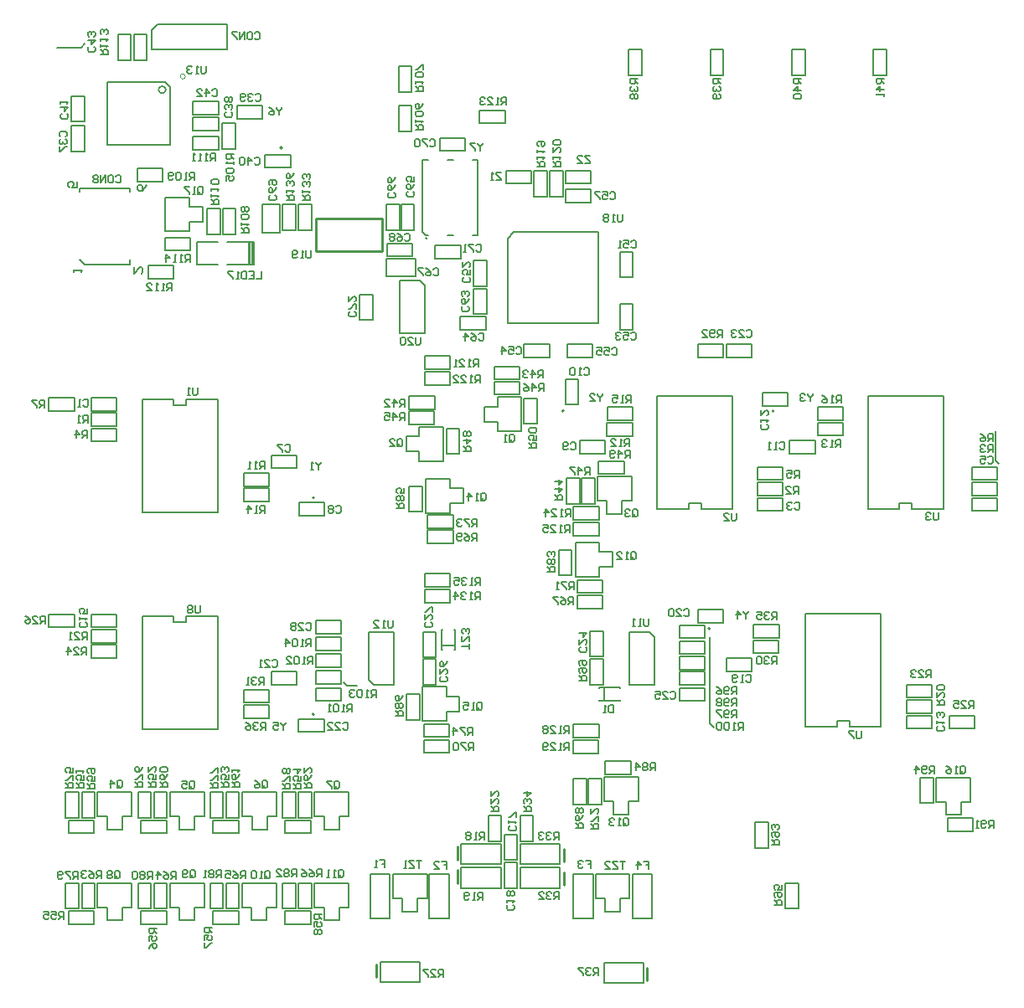
<source format=gbo>
G04*
G04 #@! TF.GenerationSoftware,Altium Limited,Altium Designer,20.0.10 (225)*
G04*
G04 Layer_Color=32896*
%FSLAX44Y44*%
%MOMM*%
G71*
G01*
G75*
%ADD10C,0.2032*%
%ADD13C,0.1524*%
%ADD15C,0.2540*%
%ADD115C,0.0000*%
D10*
X300606Y286622D02*
G03*
X300606Y286622I-1043J0D01*
G01*
Y505622D02*
G03*
X300606Y505622I-1043J0D01*
G01*
X414451Y767958D02*
G03*
X414451Y767958I-762J0D01*
G01*
X765183Y593378D02*
G03*
X765183Y593378I-1043J0D01*
G01*
X268153Y859570D02*
G03*
X268153Y859570I-1043J0D01*
G01*
X700481Y373382D02*
G03*
X700481Y373382I-1043J0D01*
G01*
X552934Y593378D02*
G03*
X552934Y593378I-1043J0D01*
G01*
X700250Y277250D02*
X704250Y273250D01*
X700250Y277250D02*
Y365000D01*
X333750Y315250D02*
X344000D01*
X330000Y319000D02*
X333750Y315250D01*
X65000Y961000D02*
X68750Y964750D01*
X40750Y961000D02*
X65000D01*
X989000Y543250D02*
X992000Y540250D01*
X989000Y543250D02*
Y573250D01*
X460400Y847000D02*
X466000D01*
X435000D02*
X441000D01*
X466000Y771000D02*
Y847000D01*
X435000Y771000D02*
X441000D01*
X460400D02*
X466000D01*
X410000Y847000D02*
X415600D01*
X410000Y774000D02*
Y847000D01*
Y774000D02*
X413000Y771000D01*
X415600D01*
D13*
X150472Y918266D02*
G03*
X150472Y918266I-3592J0D01*
G01*
X32380Y593650D02*
X58120D01*
X32380D02*
Y606850D01*
X58120D01*
Y593650D02*
Y606850D01*
X171096Y605150D02*
X203100D01*
X171096Y598800D02*
Y605150D01*
X158650Y598800D02*
X171096D01*
X158650D02*
Y605150D01*
X126900D02*
X158650D01*
X126900Y490850D02*
Y605150D01*
Y490850D02*
X203100D01*
Y605150D01*
X171096Y386150D02*
X203100D01*
X171096Y379800D02*
Y386150D01*
X158650Y379800D02*
X171096D01*
X158650D02*
Y386150D01*
X126900D02*
X158650D01*
X126900Y271850D02*
Y386150D01*
Y271850D02*
X203100D01*
Y386150D01*
X695370Y363400D02*
Y376600D01*
X669630D02*
X695370D01*
X669630Y363400D02*
Y376600D01*
Y363400D02*
X695370D01*
Y347600D02*
Y360800D01*
X669630D02*
X695370D01*
X669630Y347600D02*
Y360800D01*
Y347600D02*
X695370D01*
X609400Y728380D02*
X622600D01*
Y754120D01*
X609400D02*
X622600D01*
X609400Y728380D02*
Y754120D01*
Y675630D02*
X622600D01*
Y701370D01*
X609400D02*
X622600D01*
X609400Y675630D02*
Y701370D01*
X512380Y647400D02*
Y660600D01*
Y647400D02*
X538120D01*
Y660600D01*
X512380D02*
X538120D01*
X555880Y647400D02*
X581620D01*
X555880D02*
Y660600D01*
X581620D01*
Y647400D02*
Y660600D01*
X554400Y599630D02*
Y625370D01*
X567600D01*
Y599630D02*
Y625370D01*
X554400Y599630D02*
X567600D01*
X596630Y584150D02*
X622370D01*
X596630D02*
Y597350D01*
X622370D01*
Y584150D02*
Y597350D01*
X596380Y581350D02*
X622120D01*
Y568150D02*
Y581350D01*
X596380Y568150D02*
X622120D01*
X596380D02*
Y581350D01*
X568630Y550400D02*
X594370D01*
X568630D02*
Y563600D01*
X594370D01*
Y550400D02*
Y563600D01*
X587880Y542850D02*
X613620D01*
Y529650D02*
Y542850D01*
X587880Y529650D02*
X613620D01*
X587880D02*
Y542850D01*
X586638Y502613D02*
Y526997D01*
Y502613D02*
X596290D01*
Y489405D02*
Y502613D01*
Y489405D02*
X611530D01*
Y502613D01*
X621182D01*
Y526997D01*
X586638D02*
X621182D01*
X555650Y499380D02*
Y525120D01*
X568850D01*
Y499380D02*
Y525120D01*
X555650Y499380D02*
X568850D01*
X584100D02*
Y525120D01*
X570900Y499380D02*
X584100D01*
X570900D02*
Y525120D01*
X584100D01*
X588270Y483400D02*
Y496600D01*
X562530D02*
X588270D01*
X562530Y483400D02*
Y496600D01*
Y483400D02*
X588270D01*
Y467200D02*
Y480400D01*
X562530D02*
X588270D01*
X562530Y467200D02*
Y480400D01*
Y467200D02*
X588270D01*
X564393Y425978D02*
X588777D01*
Y435630D01*
X601985D01*
Y450870D01*
X588777D02*
X601985D01*
X588777D02*
Y460522D01*
X564393D02*
X588777D01*
X564393Y425978D02*
Y460522D01*
X547650Y427220D02*
Y452960D01*
X560850D01*
Y427220D02*
Y452960D01*
X547650Y427220D02*
X560850D01*
X566270Y422600D02*
X592010D01*
Y409400D02*
Y422600D01*
X566270Y409400D02*
X592010D01*
X566270D02*
Y422600D01*
Y406850D02*
X592010D01*
Y393650D02*
Y406850D01*
X566270Y393650D02*
X592010D01*
X566270D02*
Y406850D01*
X579400Y345130D02*
X592600D01*
Y370870D01*
X579400D02*
X592600D01*
X579400Y345130D02*
Y370870D01*
X579400Y342320D02*
X592600D01*
X579400Y316580D02*
Y342320D01*
Y316580D02*
X592600D01*
Y342320D01*
X588500Y300000D02*
X588500Y301016D01*
X588500Y312984D02*
Y314000D01*
X609500Y313056D02*
Y314000D01*
Y300000D02*
Y300944D01*
X593150Y300000D02*
Y314000D01*
X588500Y300000D02*
X609500D01*
X588500Y314000D02*
X609500D01*
X695370Y331800D02*
Y345000D01*
X669630D02*
X695370D01*
X669630Y331800D02*
Y345000D01*
Y331800D02*
X695370D01*
Y316400D02*
Y329600D01*
X669630D02*
X695370D01*
X669630Y316400D02*
Y329600D01*
Y316400D02*
X695370D01*
X669630Y300200D02*
Y313400D01*
Y300200D02*
X695370D01*
Y313400D01*
X669630D02*
X695370D01*
X639220Y369918D02*
X644300Y364838D01*
Y316578D02*
Y364838D01*
X618900Y316578D02*
X644300D01*
X618900D02*
Y369918D01*
X639220D01*
X688130Y379400D02*
X713870D01*
X688130D02*
Y392600D01*
X713870D01*
Y379400D02*
Y392600D01*
X716677Y330268D02*
X742417D01*
X716677D02*
Y343468D01*
X742417D01*
Y330268D02*
Y343468D01*
X744130Y361350D02*
X769870D01*
Y348150D02*
Y361350D01*
X744130Y348150D02*
X769870D01*
X744130D02*
Y361350D01*
X744380Y364150D02*
X770120D01*
X744380D02*
Y377350D01*
X770120D01*
Y364150D02*
Y377350D01*
X796900Y273854D02*
X828904D01*
Y280204D01*
X841350D01*
Y273854D02*
Y280204D01*
Y273854D02*
X873100D01*
Y388154D01*
X796900D02*
X873100D01*
X796900Y273854D02*
Y388154D01*
X899010Y300956D02*
X924751D01*
Y287756D02*
Y300956D01*
X899010Y287756D02*
X924751D01*
X899010D02*
Y300956D01*
X899130Y285352D02*
X924870D01*
Y272152D02*
Y285352D01*
X899130Y272152D02*
X924870D01*
X899130D02*
Y285352D01*
X912650Y222357D02*
X925850D01*
X912650Y196617D02*
Y222357D01*
Y196617D02*
X925850D01*
Y222357D01*
X928978Y197973D02*
Y222357D01*
Y197973D02*
X938630D01*
Y184765D02*
Y197973D01*
Y184765D02*
X953870D01*
Y197973D01*
X963522D01*
Y222357D01*
X928978D02*
X963522D01*
X966120Y168150D02*
Y181350D01*
X940380D02*
X966120D01*
X940380Y168150D02*
Y181350D01*
Y168150D02*
X966120D01*
X746000Y177120D02*
X759200D01*
X746000Y151380D02*
Y177120D01*
Y151380D02*
X759200D01*
Y177120D01*
X776400Y116120D02*
X789600D01*
X776400Y90380D02*
Y116120D01*
Y90380D02*
X789600D01*
Y116120D01*
X588270Y263400D02*
Y276600D01*
X562530D02*
X588270D01*
X562530Y263400D02*
Y276600D01*
Y263400D02*
X588270D01*
X587870Y247197D02*
Y260397D01*
X562130D02*
X587870D01*
X562130Y247197D02*
Y260397D01*
Y247197D02*
X587870D01*
X594720Y239100D02*
X620460D01*
Y225900D02*
Y239100D01*
X594720Y225900D02*
X620460D01*
X594720D02*
Y239100D01*
X575600Y195490D02*
Y221230D01*
X562400Y195490D02*
X575600D01*
X562400D02*
Y221230D01*
X575600D01*
X590850Y195490D02*
Y221230D01*
X577650Y195490D02*
X590850D01*
X577650D02*
Y221230D01*
X590850D01*
X593478Y198723D02*
Y223107D01*
Y198723D02*
X603130D01*
Y185515D02*
Y198723D01*
Y185515D02*
X618370D01*
Y198723D01*
X628022D01*
Y223107D01*
X593478D02*
X628022D01*
X268400Y115870D02*
X281600D01*
X268400Y90130D02*
Y115870D01*
Y90130D02*
X281600D01*
Y115870D01*
X284400D02*
X297600D01*
X284400Y90130D02*
Y115870D01*
Y90130D02*
X297600D01*
Y115870D01*
X49400D02*
X62600D01*
X49400Y90130D02*
Y115870D01*
Y90130D02*
X62600D01*
Y115870D01*
X122400D02*
X135600D01*
X122400Y90130D02*
Y115870D01*
Y90130D02*
X135600D01*
Y115870D01*
X138667D02*
X151867D01*
X138667Y90130D02*
Y115870D01*
Y90130D02*
X151867D01*
Y115870D01*
X195400D02*
X208600D01*
X195400Y90130D02*
Y115870D01*
Y90130D02*
X208600D01*
Y115870D01*
X211533D02*
X224733D01*
X211533Y90130D02*
Y115870D01*
Y90130D02*
X224733D01*
Y115870D01*
X65800D02*
X79000D01*
X65800Y90130D02*
Y115870D01*
Y90130D02*
X79000D01*
Y115870D01*
X52530Y74400D02*
Y87600D01*
Y74400D02*
X78270D01*
Y87600D01*
X52530D02*
X78270D01*
X125397Y74400D02*
Y87600D01*
Y74400D02*
X151137D01*
Y87600D01*
X125397D02*
X151137D01*
X198263Y74400D02*
Y87600D01*
Y74400D02*
X224003D01*
Y87600D01*
X198263D02*
X224003D01*
X271130Y74400D02*
Y87600D01*
Y74400D02*
X296870D01*
Y87600D01*
X271130D02*
X296870D01*
X81568Y91363D02*
Y115747D01*
Y91363D02*
X91220D01*
Y78155D02*
Y91363D01*
Y78155D02*
X106460D01*
Y91363D01*
X116112D01*
Y115747D01*
X81568D02*
X116112D01*
X227781Y91363D02*
Y115747D01*
Y91363D02*
X237433D01*
Y78155D02*
Y91363D01*
Y78155D02*
X252673D01*
Y91363D01*
X262325D01*
Y115747D01*
X227781D02*
X262325D01*
X154675Y91363D02*
Y115747D01*
Y91363D02*
X164327D01*
Y78155D02*
Y91363D01*
Y78155D02*
X179567D01*
Y91363D01*
X189219D01*
Y115747D01*
X154675D02*
X189219D01*
X300888Y91363D02*
Y115747D01*
Y91363D02*
X310540D01*
Y78155D02*
Y91363D01*
Y78155D02*
X325780D01*
Y91363D01*
X335432D01*
Y115747D01*
X300888D02*
X335432D01*
X642140Y80307D02*
Y124607D01*
X621860Y80307D02*
X642140D01*
X621860Y124607D02*
X642140D01*
X621860Y80307D02*
Y124607D01*
X584728Y100223D02*
Y124607D01*
Y100223D02*
X594380D01*
Y87015D02*
Y100223D01*
Y87015D02*
X609620D01*
Y100223D01*
X619272D01*
Y124607D01*
X584728D02*
X619272D01*
X582140Y80307D02*
Y124607D01*
X561860Y80307D02*
X582140D01*
X561860Y124607D02*
X582140D01*
X561860Y80307D02*
Y124607D01*
X593070Y14610D02*
Y35390D01*
Y14610D02*
X632930D01*
X593070Y35390D02*
X632930D01*
Y14610D02*
Y35390D01*
X406930Y15610D02*
Y36390D01*
X367070D02*
X406930D01*
X367070Y15610D02*
X406930D01*
X367070D02*
Y36390D01*
X377140Y80307D02*
Y124607D01*
X356860Y80307D02*
X377140D01*
X356860Y124607D02*
X377140D01*
X356860Y80307D02*
Y124607D01*
X380068Y100223D02*
Y124607D01*
Y100223D02*
X389720D01*
Y87015D02*
Y100223D01*
Y87015D02*
X404960D01*
Y100223D01*
X414612D01*
Y124607D01*
X380068D02*
X414612D01*
X437140Y80307D02*
Y124607D01*
X416860Y80307D02*
X437140D01*
X416860Y124607D02*
X437140D01*
X416860Y80307D02*
Y124607D01*
X488930Y111000D02*
Y131780D01*
X449070D02*
X488930D01*
X449070Y111000D02*
X488930D01*
X449070D02*
Y131780D01*
X488930Y134860D02*
Y155640D01*
X449070D02*
X488930D01*
X449070Y134860D02*
X488930D01*
X449070D02*
Y155640D01*
X492400Y139380D02*
X505600D01*
Y165120D01*
X492400D02*
X505600D01*
X492400Y139380D02*
Y165120D01*
X476400Y158380D02*
X489600D01*
Y184120D01*
X476400D02*
X489600D01*
X476400Y158380D02*
Y184120D01*
X508400Y158380D02*
X521600D01*
Y184120D01*
X508400D02*
X521600D01*
X508400Y158380D02*
Y184120D01*
X492400Y136740D02*
X505600D01*
X492400Y111000D02*
Y136740D01*
Y111000D02*
X505600D01*
Y136740D01*
X509070Y134860D02*
Y155640D01*
Y134860D02*
X548930D01*
X509070Y155640D02*
X548930D01*
Y134860D02*
Y155640D01*
X509070Y111000D02*
Y131780D01*
Y111000D02*
X548930D01*
X509070Y131780D02*
X548930D01*
Y111000D02*
Y131780D01*
X271130Y166400D02*
Y179600D01*
Y166400D02*
X296870D01*
Y179600D01*
X271130D02*
X296870D01*
X198263Y166400D02*
Y179600D01*
Y166400D02*
X224003D01*
Y179600D01*
X198263D02*
X224003D01*
X125397Y166400D02*
Y179600D01*
Y166400D02*
X151137D01*
Y179600D01*
X125397D02*
X151137D01*
X52530Y166400D02*
Y179600D01*
Y166400D02*
X78270D01*
Y179600D01*
X52530D02*
X78270D01*
X49400Y207870D02*
X62600D01*
X49400Y182130D02*
Y207870D01*
Y182130D02*
X62600D01*
Y207870D01*
X65800D02*
X79000D01*
X65800Y182130D02*
Y207870D01*
Y182130D02*
X79000D01*
Y207870D01*
X81568Y183486D02*
Y207870D01*
Y183486D02*
X91220D01*
Y170278D02*
Y183486D01*
Y170278D02*
X106460D01*
Y183486D01*
X116112D01*
Y207870D01*
X81568D02*
X116112D01*
X154888Y183486D02*
Y207870D01*
Y183486D02*
X164540D01*
Y170278D02*
Y183486D01*
Y170278D02*
X179780D01*
Y183486D01*
X189432D01*
Y207870D01*
X154888D02*
X189432D01*
X122400Y207870D02*
X135600D01*
X122400Y182130D02*
Y207870D01*
Y182130D02*
X135600D01*
Y207870D01*
X138667D02*
X151867D01*
X138667Y182130D02*
Y207870D01*
Y182130D02*
X151867D01*
Y207870D01*
X195400D02*
X208600D01*
X195400Y182130D02*
Y207870D01*
Y182130D02*
X208600D01*
Y207870D01*
X211533D02*
X224733D01*
X211533Y182130D02*
Y207870D01*
Y182130D02*
X224733D01*
Y207870D01*
X227888Y183486D02*
Y207870D01*
Y183486D02*
X237540D01*
Y170278D02*
Y183486D01*
Y170278D02*
X252780D01*
Y183486D01*
X262432D01*
Y207870D01*
X227888D02*
X262432D01*
X268400Y207870D02*
X281600D01*
X268400Y182130D02*
Y207870D01*
Y182130D02*
X281600D01*
Y207870D01*
X284400D02*
X297600D01*
X284400Y182130D02*
Y207870D01*
Y182130D02*
X297600D01*
Y207870D01*
X300888Y183486D02*
Y207870D01*
Y183486D02*
X310540D01*
Y170278D02*
Y183486D01*
Y170278D02*
X325780D01*
Y183486D01*
X335432D01*
Y207870D01*
X300888D02*
X335432D01*
X284630Y281850D02*
X310370D01*
Y268650D02*
Y281850D01*
X284630Y268650D02*
X310370D01*
X284630D02*
Y281850D01*
X355900Y321658D02*
X360980Y316578D01*
X355900Y321658D02*
Y369918D01*
X381300D01*
Y316578D02*
Y369918D01*
X360980Y316578D02*
X381300D01*
X410400Y344176D02*
X423600D01*
Y369916D01*
X410400D02*
X423600D01*
X410400Y344176D02*
Y369916D01*
X410400Y342320D02*
X423600D01*
X410400Y316580D02*
Y342320D01*
Y316580D02*
X423600D01*
Y342320D01*
X409503Y279818D02*
X433887D01*
Y289470D01*
X447095D01*
Y304710D01*
X433887D02*
X447095D01*
X433887D02*
Y314362D01*
X409503D02*
X433887D01*
X409503Y279818D02*
Y314362D01*
X411380Y276826D02*
X437120D01*
Y263626D02*
Y276826D01*
X411380Y263626D02*
X437120D01*
X411380D02*
Y276826D01*
Y260826D02*
X437120D01*
Y247626D02*
Y260826D01*
X411380Y247626D02*
X437120D01*
X411380D02*
Y260826D01*
X393689Y281060D02*
Y306800D01*
X406889D01*
Y281060D02*
Y306800D01*
X393689Y281060D02*
X406889D01*
X229130Y296048D02*
X254870D01*
Y282848D02*
Y296048D01*
X229130Y282848D02*
X254870D01*
X229130D02*
Y296048D01*
Y298452D02*
X254870D01*
X229130D02*
Y311652D01*
X254870D01*
Y298452D02*
Y311652D01*
X257130Y329600D02*
X282870D01*
Y316400D02*
Y329600D01*
X257130Y316400D02*
X282870D01*
X257130D02*
Y329600D01*
X302130Y334175D02*
Y347375D01*
Y334175D02*
X327870D01*
Y347375D01*
X302130D02*
X327870D01*
X302130Y317188D02*
Y330388D01*
Y317188D02*
X327870D01*
Y330388D01*
X302130D02*
X327870D01*
X302130Y300200D02*
Y313400D01*
Y300200D02*
X327870D01*
Y313400D01*
X302130D02*
X327870D01*
X302130Y351162D02*
Y364362D01*
Y351162D02*
X327870D01*
Y364362D01*
X302130D02*
X327870D01*
Y368150D02*
Y381350D01*
X302130D02*
X327870D01*
X302130Y368150D02*
Y381350D01*
Y368150D02*
X327870D01*
X32380Y374652D02*
X58120D01*
X32380D02*
Y387852D01*
X58120D01*
Y374652D02*
Y387852D01*
X75130Y356600D02*
X100870D01*
Y343400D02*
Y356600D01*
X75130Y343400D02*
X100870D01*
X75130D02*
Y356600D01*
X75249Y359048D02*
X100989D01*
X75249D02*
Y372248D01*
X100989D01*
Y359048D02*
Y372248D01*
X75130Y374652D02*
X100870D01*
X75130D02*
Y387852D01*
X100870D01*
Y374652D02*
Y387852D01*
X75250Y578048D02*
X100990D01*
X75250D02*
Y591248D01*
X100990D01*
Y578048D02*
Y591248D01*
X75250Y575600D02*
X100990D01*
Y562400D02*
Y575600D01*
X75250Y562400D02*
X100990D01*
X75250D02*
Y575600D01*
X75130Y593652D02*
X100870D01*
X75130D02*
Y606852D01*
X100870D01*
Y593652D02*
Y606852D01*
X257130Y548600D02*
X282870D01*
Y535400D02*
Y548600D01*
X257130Y535400D02*
X282870D01*
X257130D02*
Y548600D01*
X229130Y517452D02*
X254870D01*
X229130D02*
Y530652D01*
X254870D01*
Y517452D02*
Y530652D01*
X229130Y515048D02*
X254870D01*
Y501848D02*
Y515048D01*
X229130Y501848D02*
X254870D01*
X229130D02*
Y515048D01*
X285130Y500600D02*
X310870D01*
Y487400D02*
Y500600D01*
X285130Y487400D02*
X310870D01*
X285130D02*
Y500600D01*
X68350Y886016D02*
Y911756D01*
X55150Y886016D02*
X68350D01*
X55150D02*
Y911756D01*
X68350D01*
Y856016D02*
Y881756D01*
X55150Y856016D02*
X68350D01*
X55150D02*
Y881756D01*
X68350D01*
X115350Y948130D02*
Y973870D01*
X102150Y948130D02*
X115350D01*
X102150D02*
Y973870D01*
X115350D01*
X118150Y948130D02*
Y973870D01*
X131350D01*
Y948130D02*
Y973870D01*
X118150Y948130D02*
X131350D01*
X212350Y959050D02*
Y984450D01*
X142500D02*
X212350D01*
X136150Y978100D02*
X142500Y984450D01*
X136150Y959050D02*
Y978100D01*
Y959050D02*
X212350D01*
X154790Y862386D02*
Y920516D01*
X149420Y925886D02*
X154790Y920516D01*
X91000Y925886D02*
X149420D01*
X91000Y862386D02*
Y925886D01*
Y862386D02*
X154790D01*
X250952Y852700D02*
X276692D01*
Y839500D02*
Y852700D01*
X250952Y839500D02*
X276692D01*
X250952D02*
Y852700D01*
X222452Y902271D02*
X248192D01*
Y889071D02*
Y902271D01*
X222452Y889071D02*
X248192D01*
X222452D02*
Y902271D01*
X177880Y893286D02*
X203620D01*
X177880D02*
Y906486D01*
X203620D01*
Y893286D02*
Y906486D01*
X177880Y890486D02*
X203620D01*
Y877286D02*
Y890486D01*
X177880Y877286D02*
X203620D01*
X177880D02*
Y890486D01*
X207687Y858516D02*
Y884256D01*
X220887D01*
Y858516D02*
Y884256D01*
X207687Y858516D02*
X220887D01*
X177880Y870986D02*
X203620D01*
Y857786D02*
Y870986D01*
X177880Y857786D02*
X203620D01*
X177880D02*
Y870986D01*
X121880Y838600D02*
X147620D01*
Y825400D02*
Y838600D01*
X121880Y825400D02*
X147620D01*
X121880D02*
Y838600D01*
X114340Y741280D02*
Y746360D01*
X63540D02*
X68620Y741280D01*
X114340D01*
X63540Y818750D02*
X114340D01*
Y814940D02*
Y818750D01*
X63540Y814940D02*
Y818750D01*
X158370Y727150D02*
Y740350D01*
X132630D02*
X158370D01*
X132630Y727150D02*
Y740350D01*
Y727150D02*
X158370D01*
X175620Y755400D02*
Y768600D01*
X149880D02*
X175620D01*
X149880Y755400D02*
Y768600D01*
Y755400D02*
X175620D01*
X150003Y774888D02*
X174387D01*
Y784540D01*
X187595D01*
Y799780D01*
X174387D02*
X187595D01*
X174387D02*
Y809432D01*
X150003D02*
X174387D01*
X150003Y774888D02*
Y809432D01*
X192150Y772130D02*
X205350D01*
Y797870D01*
X192150D02*
X205350D01*
X192150Y772130D02*
Y797870D01*
X208150Y772130D02*
X221350D01*
Y797870D01*
X208150D02*
X221350D01*
X208150Y772130D02*
Y797870D01*
X181618Y764430D02*
X203208D01*
X181618Y741570D02*
Y764430D01*
Y741570D02*
X203208D01*
X212098D02*
X239530D01*
X234196D02*
Y764430D01*
X212098D02*
X239530D01*
X235466Y741570D02*
Y764430D01*
X239530Y741570D02*
Y764430D01*
X237498Y741570D02*
Y764430D01*
X248050Y802720D02*
X265950D01*
Y773280D02*
Y802720D01*
X248050Y773280D02*
X265950D01*
X248050D02*
Y802720D01*
X281600Y776380D02*
Y802120D01*
X268400Y776380D02*
X281600D01*
X268400D02*
Y802120D01*
X281600D01*
X284400Y776380D02*
Y802120D01*
X297600D01*
Y776380D02*
Y802120D01*
X284400Y776380D02*
X297600D01*
X346400Y685578D02*
X359600D01*
Y711318D01*
X346400D02*
X359600D01*
X346400Y685578D02*
Y711318D01*
X388400Y776380D02*
Y802120D01*
X401600D01*
Y776380D02*
Y802120D01*
X388400Y776380D02*
X401600D01*
X373400D02*
Y802120D01*
X386600D01*
Y776380D02*
Y802120D01*
X373400Y776380D02*
X386600D01*
X373880Y749650D02*
X399620D01*
X373880D02*
Y762850D01*
X399620D01*
Y749650D02*
Y762850D01*
X373280Y729300D02*
Y747200D01*
X402720D01*
Y729300D02*
Y747200D01*
X373280Y729300D02*
X402720D01*
X441984Y351546D02*
X443000Y351546D01*
X429000D02*
X430016D01*
X429000Y372546D02*
X429944D01*
X442056D02*
X443000D01*
X429000Y356196D02*
X443000D01*
Y351546D02*
Y372546D01*
X429000Y351546D02*
Y372546D01*
X412130Y399600D02*
Y412800D01*
Y399600D02*
X437870D01*
Y412800D01*
X412130D02*
X437870D01*
X412130Y415400D02*
Y428600D01*
Y415400D02*
X437870D01*
Y428600D01*
X412130D02*
X437870D01*
X415130Y488100D02*
X440870D01*
Y474900D02*
Y488100D01*
X415130Y474900D02*
X440870D01*
X415130D02*
Y488100D01*
Y472850D02*
X440870D01*
Y459650D02*
Y472850D01*
X415130Y459650D02*
X440870D01*
X415130D02*
Y472850D01*
X396400Y491560D02*
Y517300D01*
X409600D01*
Y491560D02*
Y517300D01*
X396400Y491560D02*
X409600D01*
X413253Y490318D02*
X437637D01*
Y499970D01*
X450845D01*
Y515210D01*
X437637D02*
X450845D01*
X437637D02*
Y524862D01*
X413253D02*
X437637D01*
X413253Y490318D02*
Y524862D01*
X406473Y577112D02*
X430857D01*
X406473Y567460D02*
Y577112D01*
X393265Y567460D02*
X406473D01*
X393265Y552220D02*
Y567460D01*
Y552220D02*
X406473D01*
Y542568D02*
Y552220D01*
Y542568D02*
X430857D01*
Y577112D01*
X447100Y550130D02*
Y575870D01*
X433900Y550130D02*
X447100D01*
X433900D02*
Y575870D01*
X447100D01*
X396130Y579650D02*
X421870D01*
X396130D02*
Y592850D01*
X421870D01*
Y579650D02*
Y592850D01*
X396380Y594900D02*
X422120D01*
X396380D02*
Y608100D01*
X422120D01*
Y594900D02*
Y608100D01*
X482380Y625150D02*
X508120D01*
X482380D02*
Y638350D01*
X508120D01*
Y625150D02*
Y638350D01*
X482380Y609900D02*
X508120D01*
X482380D02*
Y623100D01*
X508120D01*
Y609900D02*
Y623100D01*
X485613Y607362D02*
X509997D01*
X485613Y597710D02*
Y607362D01*
X472405Y597710D02*
X485613D01*
X472405Y582470D02*
Y597710D01*
Y582470D02*
X485613D01*
Y572818D02*
Y582470D01*
Y572818D02*
X509997D01*
Y607362D01*
X525600Y580380D02*
Y606120D01*
X512400Y580380D02*
X525600D01*
X512400D02*
Y606120D01*
X525600D01*
X412130Y632850D02*
X437870D01*
Y619650D02*
Y632850D01*
X412130Y619650D02*
X437870D01*
X412130D02*
Y632850D01*
Y635850D02*
Y649050D01*
Y635850D02*
X437870D01*
Y649050D01*
X412130D02*
X437870D01*
X422680Y760600D02*
X448420D01*
Y747400D02*
Y760600D01*
X422680Y747400D02*
X448420D01*
X422680D02*
Y760600D01*
X461400Y745370D02*
X474600D01*
X461400Y719630D02*
Y745370D01*
Y719630D02*
X474600D01*
Y745370D01*
X448130Y675400D02*
Y688600D01*
Y675400D02*
X473870D01*
Y688600D01*
X448130D02*
X473870D01*
X474600Y691130D02*
Y716870D01*
X461400Y691130D02*
X474600D01*
X461400D02*
Y716870D01*
X474600D01*
X965130Y505348D02*
X990870D01*
Y492148D02*
Y505348D01*
X965130Y492148D02*
X990870D01*
X965130D02*
Y505348D01*
Y520952D02*
X990870D01*
Y507752D02*
Y520952D01*
X965130Y507752D02*
X990870D01*
X965130D02*
Y520952D01*
Y523400D02*
X990870D01*
X965130D02*
Y536600D01*
X990870D01*
Y523400D02*
Y536600D01*
X753130Y598400D02*
X778870D01*
X753130D02*
Y611600D01*
X778870D01*
Y598400D02*
Y611600D01*
X809130Y583952D02*
X834870D01*
X809130D02*
Y597152D01*
X834870D01*
Y583952D02*
Y597152D01*
X809130Y581548D02*
X834870D01*
Y568348D02*
Y581548D01*
X809130Y568348D02*
X834870D01*
X809130D02*
Y581548D01*
X780880Y550400D02*
X806620D01*
X780880D02*
Y563600D01*
X806620D01*
Y550400D02*
Y563600D01*
X748130Y523400D02*
X773870D01*
X748130D02*
Y536600D01*
X773870D01*
Y523400D02*
Y536600D01*
X748130Y520952D02*
X773870D01*
Y507752D02*
Y520952D01*
X748130Y507752D02*
X773870D01*
X748130D02*
Y520952D01*
Y505348D02*
X773870D01*
Y492148D02*
Y505348D01*
X748130Y492148D02*
X773870D01*
X748130D02*
Y505348D01*
X647100Y493850D02*
X679104D01*
Y500200D01*
X691550D01*
Y493850D02*
Y500200D01*
Y493850D02*
X723300D01*
Y608150D01*
X647100D02*
X723300D01*
X647100Y493850D02*
Y608150D01*
X859900Y493850D02*
X891904D01*
Y500200D01*
X904350D01*
Y493850D02*
Y500200D01*
Y493850D02*
X936100D01*
Y608150D01*
X859900D02*
X936100D01*
X859900Y493850D02*
Y608150D01*
X493370Y884400D02*
Y897600D01*
X467630D02*
X493370D01*
X467630Y884400D02*
Y897600D01*
Y884400D02*
X493370D01*
X427580Y856400D02*
X453320D01*
X427580D02*
Y869600D01*
X453320D01*
Y856400D02*
Y869600D01*
X494130Y823400D02*
X519870D01*
X494130D02*
Y836600D01*
X519870D01*
Y823400D02*
Y836600D01*
X522400Y810130D02*
Y835870D01*
X535600D01*
Y810130D02*
Y835870D01*
X522400Y810130D02*
X535600D01*
X538400D02*
Y835870D01*
X551600D01*
Y810130D02*
Y835870D01*
X538400Y810130D02*
X551600D01*
X554130Y804150D02*
X579870D01*
X554130D02*
Y817350D01*
X579870D01*
Y804150D02*
Y817350D01*
X502092Y774078D02*
X587558D01*
Y682384D02*
Y774078D01*
X495864Y682384D02*
X587558D01*
X495864D02*
Y767850D01*
X502092Y774078D01*
X385650Y916067D02*
Y941807D01*
X398850D01*
Y916067D02*
Y941807D01*
X385650Y916067D02*
X398850D01*
Y876226D02*
Y901965D01*
X385650Y876226D02*
X398850D01*
X385650D02*
Y901965D01*
X398850D01*
X618400Y932880D02*
X631600D01*
Y958620D01*
X618400D02*
X631600D01*
X618400Y932880D02*
Y958620D01*
X700733Y932880D02*
X713933D01*
Y958620D01*
X700733D02*
X713933D01*
X700733Y932880D02*
Y958620D01*
X783067Y932880D02*
X796267D01*
Y958620D01*
X783067D02*
X796267D01*
X783067Y932880D02*
Y958620D01*
X865400Y932880D02*
X878600D01*
Y958620D01*
X865400D02*
X878600D01*
X865400Y932880D02*
Y958620D01*
X717130Y647400D02*
X742870D01*
X717130D02*
Y660600D01*
X742870D01*
Y647400D02*
Y660600D01*
X688130Y647400D02*
X713870D01*
X688130D02*
Y660600D01*
X713870D01*
Y647400D02*
Y660600D01*
X386675Y725320D02*
X406995D01*
X386675Y671980D02*
Y725320D01*
Y671980D02*
X412075D01*
Y720240D01*
X406995Y725320D02*
X412075Y720240D01*
X554130Y823400D02*
Y836600D01*
Y823400D02*
X579870D01*
Y836600D01*
X554130D02*
X579870D01*
X942130Y272150D02*
Y285350D01*
Y272150D02*
X967870D01*
Y285350D01*
X942130D02*
X967870D01*
X924870Y303400D02*
Y316600D01*
X899130D02*
X924870D01*
X899130Y303400D02*
Y316600D01*
Y303400D02*
X924870D01*
X57190Y733660D02*
Y736707D01*
Y735183D01*
X66331D01*
X64808Y733660D01*
X118150Y738484D02*
Y732390D01*
X124244Y738484D01*
X125767D01*
X127291Y736961D01*
Y733913D01*
X125767Y732390D01*
X131141Y822244D02*
X129618Y819197D01*
X126571Y816150D01*
X123524D01*
X122000Y817673D01*
Y820721D01*
X123524Y822244D01*
X125047D01*
X126571Y820721D01*
Y816150D01*
X60641Y825244D02*
Y819150D01*
X56070D01*
X57594Y822197D01*
Y823720D01*
X56070Y825244D01*
X53024D01*
X51500Y823720D01*
Y820674D01*
X53024Y819150D01*
X382500Y285250D02*
X390117D01*
Y289059D01*
X388848Y290328D01*
X386309D01*
X385039Y289059D01*
Y285250D01*
Y287789D02*
X382500Y290328D01*
X388848Y292868D02*
X390117Y294137D01*
Y296676D01*
X388848Y297946D01*
X387578D01*
X386309Y296676D01*
X385039Y297946D01*
X383770D01*
X382500Y296676D01*
Y294137D01*
X383770Y292868D01*
X385039D01*
X386309Y294137D01*
X387578Y292868D01*
X388848D01*
X386309Y294137D02*
Y296676D01*
X390117Y305563D02*
X388848Y303024D01*
X386309Y300485D01*
X383770D01*
X382500Y301755D01*
Y304294D01*
X383770Y305563D01*
X385039D01*
X386309Y304294D01*
Y300485D01*
X383750Y495000D02*
X391367D01*
Y498809D01*
X390098Y500078D01*
X387559D01*
X386289Y498809D01*
Y495000D01*
Y497539D02*
X383750Y500078D01*
X390098Y502617D02*
X391367Y503887D01*
Y506426D01*
X390098Y507696D01*
X388828D01*
X387559Y506426D01*
X386289Y507696D01*
X385020D01*
X383750Y506426D01*
Y503887D01*
X385020Y502617D01*
X386289D01*
X387559Y503887D01*
X388828Y502617D01*
X390098D01*
X387559Y503887D02*
Y506426D01*
X391367Y515313D02*
Y510235D01*
X387559D01*
X388828Y512774D01*
Y514044D01*
X387559Y515313D01*
X385020D01*
X383750Y514044D01*
Y511505D01*
X385020Y510235D01*
X644750Y230000D02*
Y237617D01*
X640941D01*
X639672Y236348D01*
Y233809D01*
X640941Y232539D01*
X644750D01*
X642211D02*
X639672Y230000D01*
X637132Y236348D02*
X635863Y237617D01*
X633324D01*
X632054Y236348D01*
Y235078D01*
X633324Y233809D01*
X632054Y232539D01*
Y231270D01*
X633324Y230000D01*
X635863D01*
X637132Y231270D01*
Y232539D01*
X635863Y233809D01*
X637132Y235078D01*
Y236348D01*
X635863Y233809D02*
X633324D01*
X625706Y230000D02*
Y237617D01*
X629515Y233809D01*
X624437D01*
X536000Y430750D02*
X543618D01*
Y434559D01*
X542348Y435828D01*
X539809D01*
X538539Y434559D01*
Y430750D01*
Y433289D02*
X536000Y435828D01*
X542348Y438368D02*
X543618Y439637D01*
Y442176D01*
X542348Y443446D01*
X541078D01*
X539809Y442176D01*
X538539Y443446D01*
X537270D01*
X536000Y442176D01*
Y439637D01*
X537270Y438368D01*
X538539D01*
X539809Y439637D01*
X541078Y438368D01*
X542348D01*
X539809Y439637D02*
Y442176D01*
X542348Y445985D02*
X543618Y447255D01*
Y449794D01*
X542348Y451063D01*
X541078D01*
X539809Y449794D01*
Y448524D01*
Y449794D01*
X538539Y451063D01*
X537270D01*
X536000Y449794D01*
Y447255D01*
X537270Y445985D01*
X460250Y265750D02*
Y273368D01*
X456441D01*
X455172Y272098D01*
Y269559D01*
X456441Y268289D01*
X460250D01*
X457711D02*
X455172Y265750D01*
X452632Y273368D02*
X447554D01*
Y272098D01*
X452632Y267020D01*
Y265750D01*
X441206D02*
Y273368D01*
X445015Y269559D01*
X439937D01*
X465000Y476750D02*
Y484367D01*
X461191D01*
X459922Y483098D01*
Y480559D01*
X461191Y479289D01*
X465000D01*
X462461D02*
X459922Y476750D01*
X457383Y484367D02*
X452304D01*
Y483098D01*
X457383Y478020D01*
Y476750D01*
X449765Y483098D02*
X448495Y484367D01*
X445956D01*
X444687Y483098D01*
Y481828D01*
X445956Y480559D01*
X447226D01*
X445956D01*
X444687Y479289D01*
Y478020D01*
X445956Y476750D01*
X448495D01*
X449765Y478020D01*
X580000Y171000D02*
X587617D01*
Y174809D01*
X586348Y176078D01*
X583809D01*
X582539Y174809D01*
Y171000D01*
Y173539D02*
X580000Y176078D01*
X587617Y178617D02*
Y183696D01*
X586348D01*
X581270Y178617D01*
X580000D01*
Y191313D02*
Y186235D01*
X585078Y191313D01*
X586348D01*
X587617Y190044D01*
Y187505D01*
X586348Y186235D01*
X562750Y412500D02*
Y420117D01*
X558941D01*
X557672Y418848D01*
Y416309D01*
X558941Y415039D01*
X562750D01*
X560211D02*
X557672Y412500D01*
X555132Y420117D02*
X550054D01*
Y418848D01*
X555132Y413770D01*
Y412500D01*
X547515D02*
X544976D01*
X546245D01*
Y420117D01*
X547515Y418848D01*
X461250Y250250D02*
Y257868D01*
X457441D01*
X456172Y256598D01*
Y254059D01*
X457441Y252789D01*
X461250D01*
X458711D02*
X456172Y250250D01*
X453633Y257868D02*
X448554D01*
Y256598D01*
X453633Y251520D01*
Y250250D01*
X446015Y256598D02*
X444745Y257868D01*
X442206D01*
X440937Y256598D01*
Y251520D01*
X442206Y250250D01*
X444745D01*
X446015Y251520D01*
Y256598D01*
X465000Y462000D02*
Y469618D01*
X461191D01*
X459922Y468348D01*
Y465809D01*
X461191Y464539D01*
X465000D01*
X462461D02*
X459922Y462000D01*
X452304Y469618D02*
X454843Y468348D01*
X457383Y465809D01*
Y463270D01*
X456113Y462000D01*
X453574D01*
X452304Y463270D01*
Y464539D01*
X453574Y465809D01*
X457383D01*
X449765Y463270D02*
X448495Y462000D01*
X445956D01*
X444687Y463270D01*
Y468348D01*
X445956Y469618D01*
X448495D01*
X449765Y468348D01*
Y467078D01*
X448495Y465809D01*
X444687D01*
X564500Y171250D02*
X572118D01*
Y175059D01*
X570848Y176328D01*
X568309D01*
X567039Y175059D01*
Y171250D01*
Y173789D02*
X564500Y176328D01*
X572118Y183946D02*
X570848Y181407D01*
X568309Y178867D01*
X565770D01*
X564500Y180137D01*
Y182676D01*
X565770Y183946D01*
X567039D01*
X568309Y182676D01*
Y178867D01*
X570848Y186485D02*
X572118Y187755D01*
Y190294D01*
X570848Y191563D01*
X569578D01*
X568309Y190294D01*
X567039Y191563D01*
X565770D01*
X564500Y190294D01*
Y187755D01*
X565770Y186485D01*
X567039D01*
X568309Y187755D01*
X569578Y186485D01*
X570848D01*
X568309Y187755D02*
Y190294D01*
X562250Y397750D02*
Y405368D01*
X558441D01*
X557172Y404098D01*
Y401559D01*
X558441Y400289D01*
X562250D01*
X559711D02*
X557172Y397750D01*
X549554Y405368D02*
X552093Y404098D01*
X554632Y401559D01*
Y399020D01*
X553363Y397750D01*
X550824D01*
X549554Y399020D01*
Y400289D01*
X550824Y401559D01*
X554632D01*
X547015Y405368D02*
X541937D01*
Y404098D01*
X547015Y399020D01*
Y397750D01*
X517500Y556000D02*
X525117D01*
Y559809D01*
X523848Y561078D01*
X521309D01*
X520039Y559809D01*
Y556000D01*
Y558539D02*
X517500Y561078D01*
X525117Y568696D02*
Y563618D01*
X521309D01*
X522578Y566157D01*
Y567426D01*
X521309Y568696D01*
X518770D01*
X517500Y567426D01*
Y564887D01*
X518770Y563618D01*
X523848Y571235D02*
X525117Y572505D01*
Y575044D01*
X523848Y576313D01*
X518770D01*
X517500Y575044D01*
Y572505D01*
X518770Y571235D01*
X523848D01*
X619500Y546000D02*
Y553618D01*
X615691D01*
X614422Y552348D01*
Y549809D01*
X615691Y548539D01*
X619500D01*
X616961D02*
X614422Y546000D01*
X608074D02*
Y553618D01*
X611883Y549809D01*
X606804D01*
X604265Y547270D02*
X602995Y546000D01*
X600456D01*
X599187Y547270D01*
Y552348D01*
X600456Y553618D01*
X602995D01*
X604265Y552348D01*
Y551078D01*
X602995Y549809D01*
X599187D01*
X451000Y552500D02*
X458618D01*
Y556309D01*
X457348Y557578D01*
X454809D01*
X453539Y556309D01*
Y552500D01*
Y555039D02*
X451000Y557578D01*
Y563926D02*
X458618D01*
X454809Y560117D01*
Y565196D01*
X457348Y567735D02*
X458618Y569005D01*
Y571544D01*
X457348Y572813D01*
X456078D01*
X454809Y571544D01*
X453539Y572813D01*
X452270D01*
X451000Y571544D01*
Y569005D01*
X452270Y567735D01*
X453539D01*
X454809Y569005D01*
X456078Y567735D01*
X457348D01*
X454809Y569005D02*
Y571544D01*
X579000Y529250D02*
Y536867D01*
X575191D01*
X573922Y535598D01*
Y533059D01*
X575191Y531789D01*
X579000D01*
X576461D02*
X573922Y529250D01*
X567574D02*
Y536867D01*
X571382Y533059D01*
X566304D01*
X563765Y536867D02*
X558687D01*
Y535598D01*
X563765Y530520D01*
Y529250D01*
X532250Y613250D02*
Y620868D01*
X528441D01*
X527172Y619598D01*
Y617059D01*
X528441Y615789D01*
X532250D01*
X529711D02*
X527172Y613250D01*
X520824D02*
Y620868D01*
X524632Y617059D01*
X519554D01*
X511937Y620868D02*
X514476Y619598D01*
X517015Y617059D01*
Y614520D01*
X515745Y613250D01*
X513206D01*
X511937Y614520D01*
Y615789D01*
X513206Y617059D01*
X517015D01*
X391750Y583500D02*
Y591118D01*
X387941D01*
X386672Y589848D01*
Y587309D01*
X387941Y586039D01*
X391750D01*
X389211D02*
X386672Y583500D01*
X380324D02*
Y591118D01*
X384132Y587309D01*
X379054D01*
X371437Y591118D02*
X376515D01*
Y587309D01*
X373976Y588578D01*
X372706D01*
X371437Y587309D01*
Y584770D01*
X372706Y583500D01*
X375245D01*
X376515Y584770D01*
X543750Y503250D02*
X551367D01*
Y507059D01*
X550098Y508328D01*
X547559D01*
X546289Y507059D01*
Y503250D01*
Y505789D02*
X543750Y508328D01*
Y514676D02*
X551367D01*
X547559Y510868D01*
Y515946D01*
X543750Y522294D02*
X551367D01*
X547559Y518485D01*
Y523563D01*
X532000Y627000D02*
Y634618D01*
X528191D01*
X526922Y633348D01*
Y630809D01*
X528191Y629539D01*
X532000D01*
X529461D02*
X526922Y627000D01*
X520574D02*
Y634618D01*
X524383Y630809D01*
X519304D01*
X516765Y633348D02*
X515495Y634618D01*
X512956D01*
X511687Y633348D01*
Y632078D01*
X512956Y630809D01*
X514226D01*
X512956D01*
X511687Y629539D01*
Y628270D01*
X512956Y627000D01*
X515495D01*
X516765Y628270D01*
X392250Y597500D02*
Y605117D01*
X388441D01*
X387172Y603848D01*
Y601309D01*
X388441Y600039D01*
X392250D01*
X389711D02*
X387172Y597500D01*
X380824D02*
Y605117D01*
X384632Y601309D01*
X379554D01*
X371937Y597500D02*
X377015D01*
X371937Y602578D01*
Y603848D01*
X373206Y605117D01*
X375745D01*
X377015Y603848D01*
X465172Y292270D02*
Y297348D01*
X466441Y298617D01*
X468980D01*
X470250Y297348D01*
Y292270D01*
X468980Y291000D01*
X466441D01*
X467711Y293539D02*
X465172Y291000D01*
X466441D02*
X465172Y292270D01*
X462632Y291000D02*
X460093D01*
X461363D01*
Y298617D01*
X462632Y297348D01*
X451206Y298617D02*
X456284D01*
Y294809D01*
X453745Y296078D01*
X452476D01*
X451206Y294809D01*
Y292270D01*
X452476Y291000D01*
X455015D01*
X456284Y292270D01*
X468922Y504270D02*
Y509348D01*
X470191Y510617D01*
X472730D01*
X474000Y509348D01*
Y504270D01*
X472730Y503000D01*
X470191D01*
X471461Y505539D02*
X468922Y503000D01*
X470191D02*
X468922Y504270D01*
X466382Y503000D02*
X463843D01*
X465113D01*
Y510617D01*
X466382Y509348D01*
X456226Y503000D02*
Y510617D01*
X460034Y506809D01*
X454956D01*
X612672Y175020D02*
Y180098D01*
X613941Y181367D01*
X616480D01*
X617750Y180098D01*
Y175020D01*
X616480Y173750D01*
X613941D01*
X615211Y176289D02*
X612672Y173750D01*
X613941D02*
X612672Y175020D01*
X610132Y173750D02*
X607593D01*
X608863D01*
Y181367D01*
X610132Y180098D01*
X603784D02*
X602515Y181367D01*
X599976D01*
X598706Y180098D01*
Y178828D01*
X599976Y177559D01*
X601245D01*
X599976D01*
X598706Y176289D01*
Y175020D01*
X599976Y173750D01*
X602515D01*
X603784Y175020D01*
X620172Y444520D02*
Y449598D01*
X621441Y450868D01*
X623980D01*
X625250Y449598D01*
Y444520D01*
X623980Y443250D01*
X621441D01*
X622711Y445789D02*
X620172Y443250D01*
X621441D02*
X620172Y444520D01*
X617632Y443250D02*
X615093D01*
X616363D01*
Y450868D01*
X617632Y449598D01*
X606206Y443250D02*
X611284D01*
X606206Y448328D01*
Y449598D01*
X607476Y450868D01*
X610015D01*
X611284Y449598D01*
X622172Y487520D02*
Y492598D01*
X623441Y493867D01*
X625980D01*
X627250Y492598D01*
Y487520D01*
X625980Y486250D01*
X623441D01*
X624711Y488789D02*
X622172Y486250D01*
X623441D02*
X622172Y487520D01*
X619632Y492598D02*
X618363Y493867D01*
X615824D01*
X614554Y492598D01*
Y491328D01*
X615824Y490059D01*
X617093D01*
X615824D01*
X614554Y488789D01*
Y487520D01*
X615824Y486250D01*
X618363D01*
X619632Y487520D01*
X384422Y558520D02*
Y563598D01*
X385691Y564868D01*
X388230D01*
X389500Y563598D01*
Y558520D01*
X388230Y557250D01*
X385691D01*
X386961Y559789D02*
X384422Y557250D01*
X385691D02*
X384422Y558520D01*
X376804Y557250D02*
X381883D01*
X376804Y562328D01*
Y563598D01*
X378074Y564868D01*
X380613D01*
X381883Y563598D01*
X497422Y563270D02*
Y568348D01*
X498691Y569618D01*
X501230D01*
X502500Y568348D01*
Y563270D01*
X501230Y562000D01*
X498691D01*
X499961Y564539D02*
X497422Y562000D01*
X498691D02*
X497422Y563270D01*
X494883Y562000D02*
X492343D01*
X493613D01*
Y569618D01*
X494883Y568348D01*
X599172Y813598D02*
X600441Y814867D01*
X602980D01*
X604250Y813598D01*
Y808520D01*
X602980Y807250D01*
X600441D01*
X599172Y808520D01*
X591554Y814867D02*
X596632D01*
Y811059D01*
X594093Y812328D01*
X592824D01*
X591554Y811059D01*
Y808520D01*
X592824Y807250D01*
X595363D01*
X596632Y808520D01*
X589015Y814867D02*
X583937D01*
Y813598D01*
X589015Y808520D01*
Y807250D01*
X179500Y827250D02*
Y834867D01*
X175691D01*
X174422Y833598D01*
Y831059D01*
X175691Y829789D01*
X179500D01*
X176961D02*
X174422Y827250D01*
X171882D02*
X169343D01*
X170613D01*
Y834867D01*
X171882Y833598D01*
X165534D02*
X164265Y834867D01*
X161726D01*
X160456Y833598D01*
Y828520D01*
X161726Y827250D01*
X164265D01*
X165534Y828520D01*
Y833598D01*
X157917Y828520D02*
X156647Y827250D01*
X154108D01*
X152839Y828520D01*
Y833598D01*
X154108Y834867D01*
X156647D01*
X157917Y833598D01*
Y832328D01*
X156647Y831059D01*
X152839D01*
X156750Y715000D02*
Y722618D01*
X152941D01*
X151672Y721348D01*
Y718809D01*
X152941Y717539D01*
X156750D01*
X154211D02*
X151672Y715000D01*
X149132D02*
X146593D01*
X147863D01*
Y722618D01*
X149132Y721348D01*
X142785Y715000D02*
X140245D01*
X141515D01*
Y722618D01*
X142785Y721348D01*
X131358Y715000D02*
X136437D01*
X131358Y720078D01*
Y721348D01*
X132628Y722618D01*
X135167D01*
X136437Y721348D01*
X240422Y975098D02*
X241691Y976367D01*
X244230D01*
X245500Y975098D01*
Y970020D01*
X244230Y968750D01*
X241691D01*
X240422Y970020D01*
X234074Y976367D02*
X236613D01*
X237882Y975098D01*
Y970020D01*
X236613Y968750D01*
X234074D01*
X232804Y970020D01*
Y975098D01*
X234074Y976367D01*
X230265Y968750D02*
Y976367D01*
X225187Y968750D01*
Y976367D01*
X222647D02*
X217569D01*
Y975098D01*
X222647Y970020D01*
Y968750D01*
X100172Y830498D02*
X101441Y831768D01*
X103980D01*
X105250Y830498D01*
Y825420D01*
X103980Y824150D01*
X101441D01*
X100172Y825420D01*
X93824Y831768D02*
X96363D01*
X97633Y830498D01*
Y825420D01*
X96363Y824150D01*
X93824D01*
X92554Y825420D01*
Y830498D01*
X93824Y831768D01*
X90015Y824150D02*
Y831768D01*
X84937Y824150D01*
Y831768D01*
X82397Y830498D02*
X81128Y831768D01*
X78589D01*
X77319Y830498D01*
Y829228D01*
X78589Y827959D01*
X77319Y826689D01*
Y825420D01*
X78589Y824150D01*
X81128D01*
X82397Y825420D01*
Y826689D01*
X81128Y827959D01*
X82397Y829228D01*
Y830498D01*
X81128Y827959D02*
X78589D01*
X579120Y851532D02*
X574042D01*
Y850262D01*
X579120Y845184D01*
Y843914D01*
X574042D01*
X566424D02*
X571502D01*
X566424Y848992D01*
Y850262D01*
X567694Y851532D01*
X570233D01*
X571502Y850262D01*
X489000Y834118D02*
X483922D01*
Y832848D01*
X489000Y827770D01*
Y826500D01*
X483922D01*
X481382D02*
X478843D01*
X480113D01*
Y834118D01*
X481382Y832848D01*
X471000Y864368D02*
Y863098D01*
X468461Y860559D01*
X465922Y863098D01*
Y864368D01*
X468461Y860559D02*
Y856750D01*
X463382Y864368D02*
X458304D01*
Y863098D01*
X463382Y858020D01*
Y856750D01*
X267732Y900221D02*
Y898952D01*
X265193Y896413D01*
X262654Y898952D01*
Y900221D01*
X265193Y896413D02*
Y892604D01*
X255036Y900221D02*
X257575Y898952D01*
X260114Y896413D01*
Y893874D01*
X258845Y892604D01*
X256306D01*
X255036Y893874D01*
Y895143D01*
X256306Y896413D01*
X260114D01*
X271750Y278617D02*
Y277348D01*
X269211Y274809D01*
X266672Y277348D01*
Y278617D01*
X269211Y274809D02*
Y271000D01*
X259054Y278617D02*
X264132D01*
Y274809D01*
X261593Y276078D01*
X260324D01*
X259054Y274809D01*
Y272270D01*
X260324Y271000D01*
X262863D01*
X264132Y272270D01*
X739140Y391030D02*
Y389760D01*
X736601Y387221D01*
X734062Y389760D01*
Y391030D01*
X736601Y387221D02*
Y383412D01*
X727714D02*
Y391030D01*
X731523Y387221D01*
X726444D01*
X803910Y610993D02*
Y609724D01*
X801371Y607185D01*
X798832Y609724D01*
Y610993D01*
X801371Y607185D02*
Y603376D01*
X796292Y609724D02*
X795023Y610993D01*
X792484D01*
X791214Y609724D01*
Y608454D01*
X792484Y607185D01*
X793753D01*
X792484D01*
X791214Y605915D01*
Y604646D01*
X792484Y603376D01*
X795023D01*
X796292Y604646D01*
X591566Y610993D02*
Y609724D01*
X589027Y607185D01*
X586488Y609724D01*
Y610993D01*
X589027Y607185D02*
Y603376D01*
X578870D02*
X583949D01*
X578870Y608454D01*
Y609724D01*
X580140Y610993D01*
X582679D01*
X583949Y609724D01*
X307000Y541618D02*
Y540348D01*
X304461Y537809D01*
X301922Y540348D01*
Y541618D01*
X304461Y537809D02*
Y534000D01*
X299382D02*
X296843D01*
X298113D01*
Y541618D01*
X299382Y540348D01*
X408000Y667868D02*
Y661520D01*
X406730Y660250D01*
X404191D01*
X402922Y661520D01*
Y667868D01*
X395304Y660250D02*
X400382D01*
X395304Y665328D01*
Y666598D01*
X396574Y667868D01*
X399113D01*
X400382Y666598D01*
X392765D02*
X391495Y667868D01*
X388956D01*
X387687Y666598D01*
Y661520D01*
X388956Y660250D01*
X391495D01*
X392765Y661520D01*
Y666598D01*
X297250Y755368D02*
Y749020D01*
X295980Y747750D01*
X293441D01*
X292172Y749020D01*
Y755368D01*
X289632Y747750D02*
X287093D01*
X288363D01*
Y755368D01*
X289632Y754098D01*
X283284Y749020D02*
X282015Y747750D01*
X279476D01*
X278206Y749020D01*
Y754098D01*
X279476Y755368D01*
X282015D01*
X283284Y754098D01*
Y752828D01*
X282015Y751559D01*
X278206D01*
X612000Y792367D02*
Y786020D01*
X610730Y784750D01*
X608191D01*
X606922Y786020D01*
Y792367D01*
X604383Y784750D02*
X601843D01*
X603113D01*
Y792367D01*
X604383Y791098D01*
X598035D02*
X596765Y792367D01*
X594226D01*
X592956Y791098D01*
Y789828D01*
X594226Y788559D01*
X592956Y787289D01*
Y786020D01*
X594226Y784750D01*
X596765D01*
X598035Y786020D01*
Y787289D01*
X596765Y788559D01*
X598035Y789828D01*
Y791098D01*
X596765Y788559D02*
X594226D01*
X191000Y942368D02*
Y936020D01*
X189730Y934750D01*
X187191D01*
X185922Y936020D01*
Y942368D01*
X183382Y934750D02*
X180843D01*
X182113D01*
Y942368D01*
X183382Y941098D01*
X177034D02*
X175765Y942368D01*
X173226D01*
X171956Y941098D01*
Y939828D01*
X173226Y938559D01*
X174495D01*
X173226D01*
X171956Y937289D01*
Y936020D01*
X173226Y934750D01*
X175765D01*
X177034Y936020D01*
X380000Y381618D02*
Y375270D01*
X378730Y374000D01*
X376191D01*
X374922Y375270D01*
Y381618D01*
X372383Y374000D02*
X369843D01*
X371113D01*
Y381618D01*
X372383Y380348D01*
X360956Y374000D02*
X366035D01*
X360956Y379078D01*
Y380348D01*
X362226Y381618D01*
X364765D01*
X366035Y380348D01*
X638750Y383368D02*
Y377020D01*
X637480Y375750D01*
X634941D01*
X633672Y377020D01*
Y383368D01*
X631133Y375750D02*
X628593D01*
X629863D01*
Y383368D01*
X631133Y382098D01*
X624785Y375750D02*
X622245D01*
X623515D01*
Y383368D01*
X624785Y382098D01*
X185000Y396618D02*
Y390270D01*
X183730Y389000D01*
X181191D01*
X179922Y390270D01*
Y396618D01*
X177383Y395348D02*
X176113Y396618D01*
X173574D01*
X172304Y395348D01*
Y394078D01*
X173574Y392809D01*
X172304Y391539D01*
Y390270D01*
X173574Y389000D01*
X176113D01*
X177383Y390270D01*
Y391539D01*
X176113Y392809D01*
X177383Y394078D01*
Y395348D01*
X176113Y392809D02*
X173574D01*
X853000Y269618D02*
Y263270D01*
X851730Y262000D01*
X849191D01*
X847922Y263270D01*
Y269618D01*
X845383D02*
X840304D01*
Y268348D01*
X845383Y263270D01*
Y262000D01*
X931000Y490617D02*
Y484270D01*
X929730Y483000D01*
X927191D01*
X925922Y484270D01*
Y490617D01*
X923382Y489348D02*
X922113Y490617D01*
X919574D01*
X918304Y489348D01*
Y488078D01*
X919574Y486809D01*
X920843D01*
X919574D01*
X918304Y485539D01*
Y484270D01*
X919574Y483000D01*
X922113D01*
X923382Y484270D01*
X727250Y490117D02*
Y483770D01*
X725980Y482500D01*
X723441D01*
X722172Y483770D01*
Y490117D01*
X714554Y482500D02*
X719632D01*
X714554Y487578D01*
Y488848D01*
X715824Y490117D01*
X718363D01*
X719632Y488848D01*
X182500Y617118D02*
Y610770D01*
X181230Y609500D01*
X178691D01*
X177422Y610770D01*
Y617118D01*
X174883Y609500D02*
X172343D01*
X173613D01*
Y617118D01*
X174883Y615848D01*
X457368Y353000D02*
Y358078D01*
Y355539D01*
X449750D01*
X457368Y360617D02*
Y365696D01*
X456098D01*
X451020Y360617D01*
X449750D01*
Y365696D01*
X456098Y368235D02*
X457368Y369505D01*
Y372044D01*
X456098Y373313D01*
X454828D01*
X453559Y372044D01*
Y370774D01*
Y372044D01*
X452289Y373313D01*
X451020D01*
X449750Y372044D01*
Y369505D01*
X451020Y368235D01*
X614750Y137867D02*
X609672D01*
X612211D01*
Y130250D01*
X607132Y137867D02*
X602054D01*
Y136598D01*
X607132Y131520D01*
Y130250D01*
X602054D01*
X594437D02*
X599515D01*
X594437Y135328D01*
Y136598D01*
X595706Y137867D01*
X598245D01*
X599515Y136598D01*
X409250Y138868D02*
X404172D01*
X406711D01*
Y131250D01*
X401632Y138868D02*
X396554D01*
Y137598D01*
X401632Y132520D01*
Y131250D01*
X396554D01*
X394015D02*
X391476D01*
X392745D01*
Y138868D01*
X394015Y137598D01*
X272500Y807000D02*
X280117D01*
Y810809D01*
X278848Y812078D01*
X276309D01*
X275039Y810809D01*
Y807000D01*
Y809539D02*
X272500Y812078D01*
Y814617D02*
Y817157D01*
Y815887D01*
X280117D01*
X278848Y814617D01*
Y820965D02*
X280117Y822235D01*
Y824774D01*
X278848Y826044D01*
X277578D01*
X276309Y824774D01*
Y823505D01*
Y824774D01*
X275039Y826044D01*
X273770D01*
X272500Y824774D01*
Y822235D01*
X273770Y820965D01*
X280117Y833661D02*
X278848Y831122D01*
X276309Y828583D01*
X273770D01*
X272500Y829853D01*
Y832392D01*
X273770Y833661D01*
X275039D01*
X276309Y832392D01*
Y828583D01*
X468500Y417250D02*
Y424868D01*
X464691D01*
X463422Y423598D01*
Y421059D01*
X464691Y419789D01*
X468500D01*
X465961D02*
X463422Y417250D01*
X460882D02*
X458343D01*
X459613D01*
Y424868D01*
X460882Y423598D01*
X454534D02*
X453265Y424868D01*
X450726D01*
X449456Y423598D01*
Y422328D01*
X450726Y421059D01*
X451995D01*
X450726D01*
X449456Y419789D01*
Y418520D01*
X450726Y417250D01*
X453265D01*
X454534Y418520D01*
X441839Y424868D02*
X446917D01*
Y421059D01*
X444378Y422328D01*
X443108D01*
X441839Y421059D01*
Y418520D01*
X443108Y417250D01*
X445647D01*
X446917Y418520D01*
X468000Y402500D02*
Y410117D01*
X464191D01*
X462922Y408848D01*
Y406309D01*
X464191Y405039D01*
X468000D01*
X465461D02*
X462922Y402500D01*
X460382D02*
X457843D01*
X459113D01*
Y410117D01*
X460382Y408848D01*
X454035D02*
X452765Y410117D01*
X450226D01*
X448956Y408848D01*
Y407578D01*
X450226Y406309D01*
X451495D01*
X450226D01*
X448956Y405039D01*
Y403770D01*
X450226Y402500D01*
X452765D01*
X454035Y403770D01*
X442608Y402500D02*
Y410117D01*
X446417Y406309D01*
X441339D01*
X288750Y806500D02*
X296367D01*
Y810309D01*
X295098Y811578D01*
X292559D01*
X291289Y810309D01*
Y806500D01*
Y809039D02*
X288750Y811578D01*
Y814118D02*
Y816657D01*
Y815387D01*
X296367D01*
X295098Y814118D01*
Y820465D02*
X296367Y821735D01*
Y824274D01*
X295098Y825544D01*
X293828D01*
X292559Y824274D01*
Y823005D01*
Y824274D01*
X291289Y825544D01*
X290020D01*
X288750Y824274D01*
Y821735D01*
X290020Y820465D01*
X295098Y828083D02*
X296367Y829353D01*
Y831892D01*
X295098Y833161D01*
X293828D01*
X292559Y831892D01*
Y830622D01*
Y831892D01*
X291289Y833161D01*
X290020D01*
X288750Y831892D01*
Y829353D01*
X290020Y828083D01*
X558250Y250000D02*
Y257617D01*
X554441D01*
X553172Y256348D01*
Y253809D01*
X554441Y252539D01*
X558250D01*
X555711D02*
X553172Y250000D01*
X550633D02*
X548093D01*
X549363D01*
Y257617D01*
X550633Y256348D01*
X539206Y250000D02*
X544285D01*
X539206Y255078D01*
Y256348D01*
X540476Y257617D01*
X543015D01*
X544285Y256348D01*
X536667Y251270D02*
X535397Y250000D01*
X532858D01*
X531589Y251270D01*
Y256348D01*
X532858Y257617D01*
X535397D01*
X536667Y256348D01*
Y255078D01*
X535397Y253809D01*
X531589D01*
X558250Y267500D02*
Y275117D01*
X554441D01*
X553172Y273848D01*
Y271309D01*
X554441Y270039D01*
X558250D01*
X555711D02*
X553172Y267500D01*
X550633D02*
X548093D01*
X549363D01*
Y275117D01*
X550633Y273848D01*
X539206Y267500D02*
X544285D01*
X539206Y272578D01*
Y273848D01*
X540476Y275117D01*
X543015D01*
X544285Y273848D01*
X536667D02*
X535397Y275117D01*
X532858D01*
X531589Y273848D01*
Y272578D01*
X532858Y271309D01*
X531589Y270039D01*
Y268770D01*
X532858Y267500D01*
X535397D01*
X536667Y268770D01*
Y270039D01*
X535397Y271309D01*
X536667Y272578D01*
Y273848D01*
X535397Y271309D02*
X532858D01*
X558750Y470750D02*
Y478368D01*
X554941D01*
X553672Y477098D01*
Y474559D01*
X554941Y473289D01*
X558750D01*
X556211D02*
X553672Y470750D01*
X551133D02*
X548593D01*
X549863D01*
Y478368D01*
X551133Y477098D01*
X539706Y470750D02*
X544785D01*
X539706Y475828D01*
Y477098D01*
X540976Y478368D01*
X543515D01*
X544785Y477098D01*
X532089Y478368D02*
X537167D01*
Y474559D01*
X534628Y475828D01*
X533358D01*
X532089Y474559D01*
Y472020D01*
X533358Y470750D01*
X535897D01*
X537167Y472020D01*
X559250Y486750D02*
Y494367D01*
X555441D01*
X554172Y493098D01*
Y490559D01*
X555441Y489289D01*
X559250D01*
X556711D02*
X554172Y486750D01*
X551632D02*
X549093D01*
X550363D01*
Y494367D01*
X551632Y493098D01*
X540206Y486750D02*
X545285D01*
X540206Y491828D01*
Y493098D01*
X541476Y494367D01*
X544015D01*
X545285Y493098D01*
X533858Y486750D02*
Y494367D01*
X537667Y490559D01*
X532589D01*
X494500Y903000D02*
Y910618D01*
X490691D01*
X489422Y909348D01*
Y906809D01*
X490691Y905539D01*
X494500D01*
X491961D02*
X489422Y903000D01*
X486883D02*
X484343D01*
X485613D01*
Y910618D01*
X486883Y909348D01*
X475456Y903000D02*
X480535D01*
X475456Y908078D01*
Y909348D01*
X476726Y910618D01*
X479265D01*
X480535Y909348D01*
X472917D02*
X471647Y910618D01*
X469108D01*
X467839Y909348D01*
Y908078D01*
X469108Y906809D01*
X470378D01*
X469108D01*
X467839Y905539D01*
Y904270D01*
X469108Y903000D01*
X471647D01*
X472917Y904270D01*
X468000Y621750D02*
Y629367D01*
X464191D01*
X462922Y628098D01*
Y625559D01*
X464191Y624289D01*
X468000D01*
X465461D02*
X462922Y621750D01*
X460382D02*
X457843D01*
X459113D01*
Y629367D01*
X460382Y628098D01*
X448956Y621750D02*
X454035D01*
X448956Y626828D01*
Y628098D01*
X450226Y629367D01*
X452765D01*
X454035Y628098D01*
X441339Y621750D02*
X446417D01*
X441339Y626828D01*
Y628098D01*
X442608Y629367D01*
X445147D01*
X446417Y628098D01*
X466250Y637750D02*
Y645368D01*
X462441D01*
X461172Y644098D01*
Y641559D01*
X462441Y640289D01*
X466250D01*
X463711D02*
X461172Y637750D01*
X458633D02*
X456093D01*
X457363D01*
Y645368D01*
X458633Y644098D01*
X447206Y637750D02*
X452285D01*
X447206Y642828D01*
Y644098D01*
X448476Y645368D01*
X451015D01*
X452285Y644098D01*
X444667Y637750D02*
X442128D01*
X443397D01*
Y645368D01*
X444667Y644098D01*
X542000Y840500D02*
X549618D01*
Y844309D01*
X548348Y845578D01*
X545809D01*
X544539Y844309D01*
Y840500D01*
Y843039D02*
X542000Y845578D01*
Y848118D02*
Y850657D01*
Y849387D01*
X549618D01*
X548348Y848118D01*
X542000Y859544D02*
Y854465D01*
X547078Y859544D01*
X548348D01*
X549618Y858274D01*
Y855735D01*
X548348Y854465D01*
Y862083D02*
X549618Y863353D01*
Y865892D01*
X548348Y867161D01*
X543270D01*
X542000Y865892D01*
Y863353D01*
X543270Y862083D01*
X548348D01*
X525750Y840500D02*
X533368D01*
Y844309D01*
X532098Y845578D01*
X529559D01*
X528289Y844309D01*
Y840500D01*
Y843039D02*
X525750Y845578D01*
Y848118D02*
Y850657D01*
Y849387D01*
X533368D01*
X532098Y848118D01*
X525750Y854465D02*
Y857005D01*
Y855735D01*
X533368D01*
X532098Y854465D01*
X527020Y860813D02*
X525750Y862083D01*
Y864622D01*
X527020Y865892D01*
X532098D01*
X533368Y864622D01*
Y862083D01*
X532098Y860813D01*
X530828D01*
X529559Y862083D01*
Y865892D01*
X175000Y744250D02*
Y751868D01*
X171191D01*
X169922Y750598D01*
Y748059D01*
X171191Y746789D01*
X175000D01*
X172461D02*
X169922Y744250D01*
X167383D02*
X164843D01*
X166113D01*
Y751868D01*
X167383Y750598D01*
X161035Y744250D02*
X158495D01*
X159765D01*
Y751868D01*
X161035Y750598D01*
X150878Y744250D02*
Y751868D01*
X154687Y748059D01*
X149608D01*
X84500Y953500D02*
X92118D01*
Y957309D01*
X90848Y958578D01*
X88309D01*
X87039Y957309D01*
Y953500D01*
Y956039D02*
X84500Y958578D01*
Y961118D02*
Y963657D01*
Y962387D01*
X92118D01*
X90848Y961118D01*
X84500Y967466D02*
Y970005D01*
Y968735D01*
X92118D01*
X90848Y967466D01*
Y973813D02*
X92118Y975083D01*
Y977622D01*
X90848Y978892D01*
X89578D01*
X88309Y977622D01*
Y976353D01*
Y977622D01*
X87039Y978892D01*
X85770D01*
X84500Y977622D01*
Y975083D01*
X85770Y973813D01*
X200500Y846250D02*
Y853868D01*
X196691D01*
X195422Y852598D01*
Y850059D01*
X196691Y848789D01*
X200500D01*
X197961D02*
X195422Y846250D01*
X192882D02*
X190343D01*
X191613D01*
Y853868D01*
X192882Y852598D01*
X186535Y846250D02*
X183995D01*
X185265D01*
Y853868D01*
X186535Y852598D01*
X180187Y846250D02*
X177647D01*
X178917D01*
Y853868D01*
X180187Y852598D01*
X196500Y802000D02*
X204118D01*
Y805809D01*
X202848Y807078D01*
X200309D01*
X199039Y805809D01*
Y802000D01*
Y804539D02*
X196500Y807078D01*
Y809618D02*
Y812157D01*
Y810887D01*
X204118D01*
X202848Y809618D01*
X196500Y815965D02*
Y818505D01*
Y817235D01*
X204118D01*
X202848Y815965D01*
Y822313D02*
X204118Y823583D01*
Y826122D01*
X202848Y827392D01*
X197770D01*
X196500Y826122D01*
Y823583D01*
X197770Y822313D01*
X202848D01*
X226500Y773500D02*
X234118D01*
Y777309D01*
X232848Y778578D01*
X230309D01*
X229039Y777309D01*
Y773500D01*
Y776039D02*
X226500Y778578D01*
Y781117D02*
Y783657D01*
Y782387D01*
X234118D01*
X232848Y781117D01*
Y787466D02*
X234118Y788735D01*
Y791274D01*
X232848Y792544D01*
X227770D01*
X226500Y791274D01*
Y788735D01*
X227770Y787466D01*
X232848D01*
Y795083D02*
X234118Y796353D01*
Y798892D01*
X232848Y800161D01*
X231578D01*
X230309Y798892D01*
X229039Y800161D01*
X227770D01*
X226500Y798892D01*
Y796353D01*
X227770Y795083D01*
X229039D01*
X230309Y796353D01*
X231578Y795083D01*
X232848D01*
X230309Y796353D02*
Y798892D01*
X403250Y917000D02*
X410868D01*
Y920809D01*
X409598Y922078D01*
X407059D01*
X405789Y920809D01*
Y917000D01*
Y919539D02*
X403250Y922078D01*
Y924617D02*
Y927157D01*
Y925887D01*
X410868D01*
X409598Y924617D01*
Y930965D02*
X410868Y932235D01*
Y934774D01*
X409598Y936044D01*
X404520D01*
X403250Y934774D01*
Y932235D01*
X404520Y930965D01*
X409598D01*
X410868Y938583D02*
Y943661D01*
X409598D01*
X404520Y938583D01*
X403250D01*
X402750Y877500D02*
X410368D01*
Y881309D01*
X409098Y882578D01*
X406559D01*
X405289Y881309D01*
Y877500D01*
Y880039D02*
X402750Y882578D01*
Y885117D02*
Y887657D01*
Y886387D01*
X410368D01*
X409098Y885117D01*
Y891466D02*
X410368Y892735D01*
Y895274D01*
X409098Y896544D01*
X404020D01*
X402750Y895274D01*
Y892735D01*
X404020Y891466D01*
X409098D01*
X410368Y904161D02*
X409098Y901622D01*
X406559Y899083D01*
X404020D01*
X402750Y900353D01*
Y902892D01*
X404020Y904161D01*
X405289D01*
X406559Y902892D01*
Y899083D01*
X219250Y852750D02*
X211632D01*
Y848941D01*
X212902Y847672D01*
X215441D01*
X216711Y848941D01*
Y852750D01*
Y850211D02*
X219250Y847672D01*
Y845133D02*
Y842593D01*
Y843863D01*
X211632D01*
X212902Y845133D01*
Y838784D02*
X211632Y837515D01*
Y834976D01*
X212902Y833706D01*
X217980D01*
X219250Y834976D01*
Y837515D01*
X217980Y838784D01*
X212902D01*
X211632Y826089D02*
Y831167D01*
X215441D01*
X214172Y828628D01*
Y827358D01*
X215441Y826089D01*
X217980D01*
X219250Y827358D01*
Y829897D01*
X217980Y831167D01*
X297500Y355000D02*
Y362617D01*
X293691D01*
X292422Y361348D01*
Y358809D01*
X293691Y357539D01*
X297500D01*
X294961D02*
X292422Y355000D01*
X289883D02*
X287343D01*
X288613D01*
Y362617D01*
X289883Y361348D01*
X283535D02*
X282265Y362617D01*
X279726D01*
X278456Y361348D01*
Y356270D01*
X279726Y355000D01*
X282265D01*
X283535Y356270D01*
Y361348D01*
X272108Y355000D02*
Y362617D01*
X275917Y358809D01*
X270839D01*
X363000Y303750D02*
Y311367D01*
X359191D01*
X357922Y310098D01*
Y307559D01*
X359191Y306289D01*
X363000D01*
X360461D02*
X357922Y303750D01*
X355382D02*
X352843D01*
X354113D01*
Y311367D01*
X355382Y310098D01*
X349035D02*
X347765Y311367D01*
X345226D01*
X343956Y310098D01*
Y305020D01*
X345226Y303750D01*
X347765D01*
X349035Y305020D01*
Y310098D01*
X341417D02*
X340147Y311367D01*
X337608D01*
X336339Y310098D01*
Y308828D01*
X337608Y307559D01*
X338878D01*
X337608D01*
X336339Y306289D01*
Y305020D01*
X337608Y303750D01*
X340147D01*
X341417Y305020D01*
X299000Y337250D02*
Y344868D01*
X295191D01*
X293922Y343598D01*
Y341059D01*
X295191Y339789D01*
X299000D01*
X296461D02*
X293922Y337250D01*
X291383D02*
X288843D01*
X290113D01*
Y344868D01*
X291383Y343598D01*
X285035D02*
X283765Y344868D01*
X281226D01*
X279956Y343598D01*
Y338520D01*
X281226Y337250D01*
X283765D01*
X285035Y338520D01*
Y343598D01*
X272339Y337250D02*
X277417D01*
X272339Y342328D01*
Y343598D01*
X273608Y344868D01*
X276147D01*
X277417Y343598D01*
X339000Y289000D02*
Y296618D01*
X335191D01*
X333922Y295348D01*
Y292809D01*
X335191Y291539D01*
X339000D01*
X336461D02*
X333922Y289000D01*
X331382D02*
X328843D01*
X330113D01*
Y296618D01*
X331382Y295348D01*
X325034D02*
X323765Y296618D01*
X321226D01*
X319956Y295348D01*
Y290270D01*
X321226Y289000D01*
X323765D01*
X325034Y290270D01*
Y295348D01*
X317417Y289000D02*
X314878D01*
X316147D01*
Y296618D01*
X317417Y295348D01*
X733750Y271000D02*
Y278617D01*
X729941D01*
X728672Y277348D01*
Y274809D01*
X729941Y273539D01*
X733750D01*
X731211D02*
X728672Y271000D01*
X726133D02*
X723593D01*
X724863D01*
Y278617D01*
X726133Y277348D01*
X719784D02*
X718515Y278617D01*
X715976D01*
X714706Y277348D01*
Y272270D01*
X715976Y271000D01*
X718515D01*
X719784Y272270D01*
Y277348D01*
X712167D02*
X710897Y278617D01*
X708358D01*
X707089Y277348D01*
Y272270D01*
X708358Y271000D01*
X710897D01*
X712167Y272270D01*
Y277348D01*
X567750Y320750D02*
X575368D01*
Y324559D01*
X574098Y325828D01*
X571559D01*
X570289Y324559D01*
Y320750D01*
Y323289D02*
X567750Y325828D01*
X569020Y328368D02*
X567750Y329637D01*
Y332176D01*
X569020Y333446D01*
X574098D01*
X575368Y332176D01*
Y329637D01*
X574098Y328368D01*
X572828D01*
X571559Y329637D01*
Y333446D01*
X569020Y335985D02*
X567750Y337255D01*
Y339794D01*
X569020Y341063D01*
X574098D01*
X575368Y339794D01*
Y337255D01*
X574098Y335985D01*
X572828D01*
X571559Y337255D01*
Y341063D01*
X727402Y295000D02*
Y302617D01*
X723593D01*
X722324Y301348D01*
Y298809D01*
X723593Y297539D01*
X727402D01*
X724863D02*
X722324Y295000D01*
X719784Y296270D02*
X718515Y295000D01*
X715976D01*
X714706Y296270D01*
Y301348D01*
X715976Y302617D01*
X718515D01*
X719784Y301348D01*
Y300078D01*
X718515Y298809D01*
X714706D01*
X712167Y301348D02*
X710897Y302617D01*
X708358D01*
X707089Y301348D01*
Y300078D01*
X708358Y298809D01*
X707089Y297539D01*
Y296270D01*
X708358Y295000D01*
X710897D01*
X712167Y296270D01*
Y297539D01*
X710897Y298809D01*
X712167Y300078D01*
Y301348D01*
X710897Y298809D02*
X708358D01*
X727402Y283000D02*
Y290618D01*
X723593D01*
X722324Y289348D01*
Y286809D01*
X723593Y285539D01*
X727402D01*
X724863D02*
X722324Y283000D01*
X719784Y284270D02*
X718515Y283000D01*
X715976D01*
X714706Y284270D01*
Y289348D01*
X715976Y290618D01*
X718515D01*
X719784Y289348D01*
Y288078D01*
X718515Y286809D01*
X714706D01*
X712167Y290618D02*
X707089D01*
Y289348D01*
X712167Y284270D01*
Y283000D01*
X727402Y307000D02*
Y314618D01*
X723593D01*
X722324Y313348D01*
Y310809D01*
X723593Y309539D01*
X727402D01*
X724863D02*
X722324Y307000D01*
X719784Y308270D02*
X718515Y307000D01*
X715976D01*
X714706Y308270D01*
Y313348D01*
X715976Y314618D01*
X718515D01*
X719784Y313348D01*
Y312078D01*
X718515Y310809D01*
X714706D01*
X707089Y314618D02*
X709628Y313348D01*
X712167Y310809D01*
Y308270D01*
X710897Y307000D01*
X708358D01*
X707089Y308270D01*
Y309539D01*
X708358Y310809D01*
X712167D01*
X765000Y93750D02*
X772618D01*
Y97559D01*
X771348Y98828D01*
X768809D01*
X767539Y97559D01*
Y93750D01*
Y96289D02*
X765000Y98828D01*
X766270Y101368D02*
X765000Y102637D01*
Y105176D01*
X766270Y106446D01*
X771348D01*
X772618Y105176D01*
Y102637D01*
X771348Y101368D01*
X770078D01*
X768809Y102637D01*
Y106446D01*
X772618Y114063D02*
Y108985D01*
X768809D01*
X770078Y111524D01*
Y112794D01*
X768809Y114063D01*
X766270D01*
X765000Y112794D01*
Y110255D01*
X766270Y108985D01*
X927250Y227000D02*
Y234618D01*
X923441D01*
X922172Y233348D01*
Y230809D01*
X923441Y229539D01*
X927250D01*
X924711D02*
X922172Y227000D01*
X919632Y228270D02*
X918363Y227000D01*
X915824D01*
X914554Y228270D01*
Y233348D01*
X915824Y234618D01*
X918363D01*
X919632Y233348D01*
Y232078D01*
X918363Y230809D01*
X914554D01*
X908206Y227000D02*
Y234618D01*
X912015Y230809D01*
X906937D01*
X762500Y154750D02*
X770117D01*
Y158559D01*
X768848Y159828D01*
X766309D01*
X765039Y158559D01*
Y154750D01*
Y157289D02*
X762500Y159828D01*
X763770Y162368D02*
X762500Y163637D01*
Y166176D01*
X763770Y167446D01*
X768848D01*
X770117Y166176D01*
Y163637D01*
X768848Y162368D01*
X767578D01*
X766309Y163637D01*
Y167446D01*
X768848Y169985D02*
X770117Y171255D01*
Y173794D01*
X768848Y175063D01*
X767578D01*
X766309Y173794D01*
Y172524D01*
Y173794D01*
X765039Y175063D01*
X763770D01*
X762500Y173794D01*
Y171255D01*
X763770Y169985D01*
X713232Y667892D02*
Y675509D01*
X709423D01*
X708154Y674240D01*
Y671701D01*
X709423Y670431D01*
X713232D01*
X710693D02*
X708154Y667892D01*
X705614Y669162D02*
X704345Y667892D01*
X701806D01*
X700536Y669162D01*
Y674240D01*
X701806Y675509D01*
X704345D01*
X705614Y674240D01*
Y672970D01*
X704345Y671701D01*
X700536D01*
X692919Y667892D02*
X697997D01*
X692919Y672970D01*
Y674240D01*
X694188Y675509D01*
X696727D01*
X697997Y674240D01*
X987000Y172000D02*
Y179618D01*
X983191D01*
X981922Y178348D01*
Y175809D01*
X983191Y174539D01*
X987000D01*
X984461D02*
X981922Y172000D01*
X979382Y173270D02*
X978113Y172000D01*
X975574D01*
X974304Y173270D01*
Y178348D01*
X975574Y179618D01*
X978113D01*
X979382Y178348D01*
Y177078D01*
X978113Y175809D01*
X974304D01*
X971765Y172000D02*
X969226D01*
X970495D01*
Y179618D01*
X971765Y178348D01*
X282500Y122250D02*
Y129867D01*
X278691D01*
X277422Y128598D01*
Y126059D01*
X278691Y124789D01*
X282500D01*
X279961D02*
X277422Y122250D01*
X274883Y128598D02*
X273613Y129867D01*
X271074D01*
X269804Y128598D01*
Y127328D01*
X271074Y126059D01*
X269804Y124789D01*
Y123520D01*
X271074Y122250D01*
X273613D01*
X274883Y123520D01*
Y124789D01*
X273613Y126059D01*
X274883Y127328D01*
Y128598D01*
X273613Y126059D02*
X271074D01*
X262187Y122250D02*
X267265D01*
X262187Y127328D01*
Y128598D01*
X263456Y129867D01*
X265995D01*
X267265Y128598D01*
X206750Y121250D02*
Y128868D01*
X202941D01*
X201672Y127598D01*
Y125059D01*
X202941Y123789D01*
X206750D01*
X204211D02*
X201672Y121250D01*
X199132Y127598D02*
X197863Y128868D01*
X195324D01*
X194054Y127598D01*
Y126328D01*
X195324Y125059D01*
X194054Y123789D01*
Y122520D01*
X195324Y121250D01*
X197863D01*
X199132Y122520D01*
Y123789D01*
X197863Y125059D01*
X199132Y126328D01*
Y127598D01*
X197863Y125059D02*
X195324D01*
X191515Y121250D02*
X188976D01*
X190245D01*
Y128868D01*
X191515Y127598D01*
X137000Y120000D02*
Y127618D01*
X133191D01*
X131922Y126348D01*
Y123809D01*
X133191Y122539D01*
X137000D01*
X134461D02*
X131922Y120000D01*
X129382Y126348D02*
X128113Y127618D01*
X125574D01*
X124304Y126348D01*
Y125078D01*
X125574Y123809D01*
X124304Y122539D01*
Y121270D01*
X125574Y120000D01*
X128113D01*
X129382Y121270D01*
Y122539D01*
X128113Y123809D01*
X129382Y125078D01*
Y126348D01*
X128113Y123809D02*
X125574D01*
X121765Y126348D02*
X120495Y127618D01*
X117956D01*
X116687Y126348D01*
Y121270D01*
X117956Y120000D01*
X120495D01*
X121765Y121270D01*
Y126348D01*
X61750Y120250D02*
Y127867D01*
X57941D01*
X56672Y126598D01*
Y124059D01*
X57941Y122789D01*
X61750D01*
X59211D02*
X56672Y120250D01*
X54132Y127867D02*
X49054D01*
Y126598D01*
X54132Y121520D01*
Y120250D01*
X46515Y121520D02*
X45245Y120250D01*
X42706D01*
X41437Y121520D01*
Y126598D01*
X42706Y127867D01*
X45245D01*
X46515Y126598D01*
Y125328D01*
X45245Y124059D01*
X41437D01*
X268500Y211750D02*
X276117D01*
Y215559D01*
X274848Y216828D01*
X272309D01*
X271039Y215559D01*
Y211750D01*
Y214289D02*
X268500Y216828D01*
X276117Y219368D02*
Y224446D01*
X274848D01*
X269770Y219368D01*
X268500D01*
X274848Y226985D02*
X276117Y228255D01*
Y230794D01*
X274848Y232063D01*
X273578D01*
X272309Y230794D01*
X271039Y232063D01*
X269770D01*
X268500Y230794D01*
Y228255D01*
X269770Y226985D01*
X271039D01*
X272309Y228255D01*
X273578Y226985D01*
X274848D01*
X272309Y228255D02*
Y230794D01*
X195750Y212500D02*
X203368D01*
Y216309D01*
X202098Y217578D01*
X199559D01*
X198289Y216309D01*
Y212500D01*
Y215039D02*
X195750Y217578D01*
X203368Y220117D02*
Y225196D01*
X202098D01*
X197020Y220117D01*
X195750D01*
X203368Y227735D02*
Y232813D01*
X202098D01*
X197020Y227735D01*
X195750D01*
X119750Y213250D02*
X127367D01*
Y217059D01*
X126098Y218328D01*
X123559D01*
X122289Y217059D01*
Y213250D01*
Y215789D02*
X119750Y218328D01*
X127367Y220868D02*
Y225946D01*
X126098D01*
X121020Y220868D01*
X119750D01*
X127367Y233563D02*
X126098Y231024D01*
X123559Y228485D01*
X121020D01*
X119750Y229755D01*
Y232294D01*
X121020Y233563D01*
X122289D01*
X123559Y232294D01*
Y228485D01*
X49250Y212250D02*
X56867D01*
Y216059D01*
X55598Y217328D01*
X53059D01*
X51789Y216059D01*
Y212250D01*
Y214789D02*
X49250Y217328D01*
X56867Y219867D02*
Y224946D01*
X55598D01*
X50520Y219867D01*
X49250D01*
X56867Y232563D02*
Y227485D01*
X53059D01*
X54328Y230024D01*
Y231294D01*
X53059Y232563D01*
X50520D01*
X49250Y231294D01*
Y228755D01*
X50520Y227485D01*
X307750Y122250D02*
Y129867D01*
X303941D01*
X302672Y128598D01*
Y126059D01*
X303941Y124789D01*
X307750D01*
X305211D02*
X302672Y122250D01*
X295054Y129867D02*
X297593Y128598D01*
X300133Y126059D01*
Y123520D01*
X298863Y122250D01*
X296324D01*
X295054Y123520D01*
Y124789D01*
X296324Y126059D01*
X300133D01*
X287437Y129867D02*
X289976Y128598D01*
X292515Y126059D01*
Y123520D01*
X291245Y122250D01*
X288706D01*
X287437Y123520D01*
Y124789D01*
X288706Y126059D01*
X292515D01*
X231250Y120750D02*
Y128368D01*
X227441D01*
X226172Y127098D01*
Y124559D01*
X227441Y123289D01*
X231250D01*
X228711D02*
X226172Y120750D01*
X218554Y128368D02*
X221093Y127098D01*
X223633Y124559D01*
Y122020D01*
X222363Y120750D01*
X219824D01*
X218554Y122020D01*
Y123289D01*
X219824Y124559D01*
X223633D01*
X210937Y128368D02*
X216015D01*
Y124559D01*
X213476Y125828D01*
X212206D01*
X210937Y124559D01*
Y122020D01*
X212206Y120750D01*
X214745D01*
X216015Y122020D01*
X161000Y120000D02*
Y127618D01*
X157191D01*
X155922Y126348D01*
Y123809D01*
X157191Y122539D01*
X161000D01*
X158461D02*
X155922Y120000D01*
X148304Y127618D02*
X150843Y126348D01*
X153383Y123809D01*
Y121270D01*
X152113Y120000D01*
X149574D01*
X148304Y121270D01*
Y122539D01*
X149574Y123809D01*
X153383D01*
X141956Y120000D02*
Y127618D01*
X145765Y123809D01*
X140687D01*
X85750Y121000D02*
Y128617D01*
X81941D01*
X80672Y127348D01*
Y124809D01*
X81941Y123539D01*
X85750D01*
X83211D02*
X80672Y121000D01*
X73054Y128617D02*
X75593Y127348D01*
X78133Y124809D01*
Y122270D01*
X76863Y121000D01*
X74324D01*
X73054Y122270D01*
Y123539D01*
X74324Y124809D01*
X78133D01*
X70515Y127348D02*
X69245Y128617D01*
X66706D01*
X65437Y127348D01*
Y126078D01*
X66706Y124809D01*
X67976D01*
X66706D01*
X65437Y123539D01*
Y122270D01*
X66706Y121000D01*
X69245D01*
X70515Y122270D01*
X290000Y212000D02*
X297617D01*
Y215809D01*
X296348Y217078D01*
X293809D01*
X292539Y215809D01*
Y212000D01*
Y214539D02*
X290000Y217078D01*
X297617Y224696D02*
X296348Y222157D01*
X293809Y219618D01*
X291270D01*
X290000Y220887D01*
Y223426D01*
X291270Y224696D01*
X292539D01*
X293809Y223426D01*
Y219618D01*
X290000Y232313D02*
Y227235D01*
X295078Y232313D01*
X296348D01*
X297617Y231044D01*
Y228505D01*
X296348Y227235D01*
X217500Y213250D02*
X225117D01*
Y217059D01*
X223848Y218328D01*
X221309D01*
X220039Y217059D01*
Y213250D01*
Y215789D02*
X217500Y218328D01*
X225117Y225946D02*
X223848Y223407D01*
X221309Y220868D01*
X218770D01*
X217500Y222137D01*
Y224676D01*
X218770Y225946D01*
X220039D01*
X221309Y224676D01*
Y220868D01*
X217500Y228485D02*
Y231024D01*
Y229755D01*
X225117D01*
X223848Y228485D01*
X144750Y213000D02*
X152367D01*
Y216809D01*
X151098Y218078D01*
X148559D01*
X147289Y216809D01*
Y213000D01*
Y215539D02*
X144750Y218078D01*
X152367Y225696D02*
X151098Y223157D01*
X148559Y220618D01*
X146020D01*
X144750Y221887D01*
Y224426D01*
X146020Y225696D01*
X147289D01*
X148559Y224426D01*
Y220618D01*
X151098Y228235D02*
X152367Y229505D01*
Y232044D01*
X151098Y233313D01*
X146020D01*
X144750Y232044D01*
Y229505D01*
X146020Y228235D01*
X151098D01*
X71250Y211750D02*
X78868D01*
Y215559D01*
X77598Y216828D01*
X75059D01*
X73789Y215559D01*
Y211750D01*
Y214289D02*
X71250Y216828D01*
X78868Y224446D02*
Y219368D01*
X75059D01*
X76328Y221907D01*
Y223176D01*
X75059Y224446D01*
X72520D01*
X71250Y223176D01*
Y220637D01*
X72520Y219368D01*
Y226985D02*
X71250Y228255D01*
Y230794D01*
X72520Y232063D01*
X77598D01*
X78868Y230794D01*
Y228255D01*
X77598Y226985D01*
X76328D01*
X75059Y228255D01*
Y232063D01*
X307750Y84250D02*
X300133D01*
Y80441D01*
X301402Y79172D01*
X303941D01*
X305211Y80441D01*
Y84250D01*
Y81711D02*
X307750Y79172D01*
X300133Y71554D02*
Y76632D01*
X303941D01*
X302672Y74093D01*
Y72824D01*
X303941Y71554D01*
X306480D01*
X307750Y72824D01*
Y75363D01*
X306480Y76632D01*
X301402Y69015D02*
X300133Y67745D01*
Y65206D01*
X301402Y63937D01*
X302672D01*
X303941Y65206D01*
X305211Y63937D01*
X306480D01*
X307750Y65206D01*
Y67745D01*
X306480Y69015D01*
X305211D01*
X303941Y67745D01*
X302672Y69015D01*
X301402D01*
X303941Y67745D02*
Y65206D01*
X197500Y70500D02*
X189883D01*
Y66691D01*
X191152Y65422D01*
X193691D01*
X194961Y66691D01*
Y70500D01*
Y67961D02*
X197500Y65422D01*
X189883Y57804D02*
Y62882D01*
X193691D01*
X192422Y60343D01*
Y59074D01*
X193691Y57804D01*
X196230D01*
X197500Y59074D01*
Y61613D01*
X196230Y62882D01*
X189883Y55265D02*
Y50187D01*
X191152D01*
X196230Y55265D01*
X197500D01*
X141000Y70250D02*
X133383D01*
Y66441D01*
X134652Y65172D01*
X137191D01*
X138461Y66441D01*
Y70250D01*
Y67711D02*
X141000Y65172D01*
X133383Y57554D02*
Y62632D01*
X137191D01*
X135922Y60093D01*
Y58824D01*
X137191Y57554D01*
X139730D01*
X141000Y58824D01*
Y61363D01*
X139730Y62632D01*
X133383Y49937D02*
X134652Y52476D01*
X137191Y55015D01*
X139730D01*
X141000Y53745D01*
Y51206D01*
X139730Y49937D01*
X138461D01*
X137191Y51206D01*
Y55015D01*
X47500Y79500D02*
Y87118D01*
X43691D01*
X42422Y85848D01*
Y83309D01*
X43691Y82039D01*
X47500D01*
X44961D02*
X42422Y79500D01*
X34804Y87118D02*
X39883D01*
Y83309D01*
X37343Y84578D01*
X36074D01*
X34804Y83309D01*
Y80770D01*
X36074Y79500D01*
X38613D01*
X39883Y80770D01*
X27187Y87118D02*
X32265D01*
Y83309D01*
X29726Y84578D01*
X28456D01*
X27187Y83309D01*
Y80770D01*
X28456Y79500D01*
X30995D01*
X32265Y80770D01*
X279500Y211750D02*
X287118D01*
Y215559D01*
X285848Y216828D01*
X283309D01*
X282039Y215559D01*
Y211750D01*
Y214289D02*
X279500Y216828D01*
X287118Y224446D02*
Y219368D01*
X283309D01*
X284578Y221907D01*
Y223176D01*
X283309Y224446D01*
X280770D01*
X279500Y223176D01*
Y220637D01*
X280770Y219368D01*
X279500Y230794D02*
X287118D01*
X283309Y226985D01*
Y232063D01*
X206250Y212750D02*
X213867D01*
Y216559D01*
X212598Y217828D01*
X210059D01*
X208789Y216559D01*
Y212750D01*
Y215289D02*
X206250Y217828D01*
X213867Y225446D02*
Y220368D01*
X210059D01*
X211328Y222907D01*
Y224176D01*
X210059Y225446D01*
X207520D01*
X206250Y224176D01*
Y221637D01*
X207520Y220368D01*
X212598Y227985D02*
X213867Y229255D01*
Y231794D01*
X212598Y233063D01*
X211328D01*
X210059Y231794D01*
Y230524D01*
Y231794D01*
X208789Y233063D01*
X207520D01*
X206250Y231794D01*
Y229255D01*
X207520Y227985D01*
X133000Y213250D02*
X140618D01*
Y217059D01*
X139348Y218328D01*
X136809D01*
X135539Y217059D01*
Y213250D01*
Y215789D02*
X133000Y218328D01*
X140618Y225946D02*
Y220868D01*
X136809D01*
X138078Y223407D01*
Y224676D01*
X136809Y225946D01*
X134270D01*
X133000Y224676D01*
Y222137D01*
X134270Y220868D01*
X133000Y233563D02*
Y228485D01*
X138078Y233563D01*
X139348D01*
X140618Y232294D01*
Y229755D01*
X139348Y228485D01*
X60500Y212500D02*
X68117D01*
Y216309D01*
X66848Y217578D01*
X64309D01*
X63039Y216309D01*
Y212500D01*
Y215039D02*
X60500Y217578D01*
X68117Y225196D02*
Y220117D01*
X64309D01*
X65578Y222657D01*
Y223926D01*
X64309Y225196D01*
X61770D01*
X60500Y223926D01*
Y221387D01*
X61770Y220117D01*
X60500Y227735D02*
Y230274D01*
Y229005D01*
X68117D01*
X66848Y227735D01*
X876000Y929500D02*
X868382D01*
Y925691D01*
X869652Y924422D01*
X872191D01*
X873461Y925691D01*
Y929500D01*
Y926961D02*
X876000Y924422D01*
Y918074D02*
X868382D01*
X872191Y921882D01*
Y916804D01*
X876000Y914265D02*
Y911726D01*
Y912995D01*
X868382D01*
X869652Y914265D01*
X792500Y929250D02*
X784883D01*
Y925441D01*
X786152Y924172D01*
X788691D01*
X789961Y925441D01*
Y929250D01*
Y926711D02*
X792500Y924172D01*
Y917824D02*
X784883D01*
X788691Y921633D01*
Y916554D01*
X786152Y914015D02*
X784883Y912745D01*
Y910206D01*
X786152Y908937D01*
X791230D01*
X792500Y910206D01*
Y912745D01*
X791230Y914015D01*
X786152D01*
X711000Y929250D02*
X703382D01*
Y925441D01*
X704652Y924172D01*
X707191D01*
X708461Y925441D01*
Y929250D01*
Y926711D02*
X711000Y924172D01*
X704652Y921633D02*
X703382Y920363D01*
Y917824D01*
X704652Y916554D01*
X705922D01*
X707191Y917824D01*
Y919093D01*
Y917824D01*
X708461Y916554D01*
X709730D01*
X711000Y917824D01*
Y920363D01*
X709730Y921633D01*
Y914015D02*
X711000Y912745D01*
Y910206D01*
X709730Y908937D01*
X704652D01*
X703382Y910206D01*
Y912745D01*
X704652Y914015D01*
X705922D01*
X707191Y912745D01*
Y908937D01*
X627750Y929000D02*
X620132D01*
Y925191D01*
X621402Y923922D01*
X623941D01*
X625211Y925191D01*
Y929000D01*
Y926461D02*
X627750Y923922D01*
X621402Y921383D02*
X620132Y920113D01*
Y917574D01*
X621402Y916304D01*
X622672D01*
X623941Y917574D01*
Y918843D01*
Y917574D01*
X625211Y916304D01*
X626480D01*
X627750Y917574D01*
Y920113D01*
X626480Y921383D01*
X621402Y913765D02*
X620132Y912495D01*
Y909956D01*
X621402Y908687D01*
X622672D01*
X623941Y909956D01*
X625211Y908687D01*
X626480D01*
X627750Y909956D01*
Y912495D01*
X626480Y913765D01*
X625211D01*
X623941Y912495D01*
X622672Y913765D01*
X621402D01*
X623941Y912495D02*
Y909956D01*
X587750Y22750D02*
Y30368D01*
X583941D01*
X582672Y29098D01*
Y26559D01*
X583941Y25289D01*
X587750D01*
X585211D02*
X582672Y22750D01*
X580132Y29098D02*
X578863Y30368D01*
X576324D01*
X575054Y29098D01*
Y27828D01*
X576324Y26559D01*
X577593D01*
X576324D01*
X575054Y25289D01*
Y24020D01*
X576324Y22750D01*
X578863D01*
X580132Y24020D01*
X572515Y30368D02*
X567437D01*
Y29098D01*
X572515Y24020D01*
Y22750D01*
X251500Y271000D02*
Y278617D01*
X247691D01*
X246422Y277348D01*
Y274809D01*
X247691Y273539D01*
X251500D01*
X248961D02*
X246422Y271000D01*
X243883Y277348D02*
X242613Y278617D01*
X240074D01*
X238804Y277348D01*
Y276078D01*
X240074Y274809D01*
X241343D01*
X240074D01*
X238804Y273539D01*
Y272270D01*
X240074Y271000D01*
X242613D01*
X243883Y272270D01*
X231187Y278617D02*
X233726Y277348D01*
X236265Y274809D01*
Y272270D01*
X234995Y271000D01*
X232456D01*
X231187Y272270D01*
Y273539D01*
X232456Y274809D01*
X236265D01*
X768250Y382750D02*
Y390368D01*
X764441D01*
X763172Y389098D01*
Y386559D01*
X764441Y385289D01*
X768250D01*
X765711D02*
X763172Y382750D01*
X760632Y389098D02*
X759363Y390368D01*
X756824D01*
X755554Y389098D01*
Y387828D01*
X756824Y386559D01*
X758093D01*
X756824D01*
X755554Y385289D01*
Y384020D01*
X756824Y382750D01*
X759363D01*
X760632Y384020D01*
X747937Y390368D02*
X753015D01*
Y386559D01*
X750476Y387828D01*
X749206D01*
X747937Y386559D01*
Y384020D01*
X749206Y382750D01*
X751745D01*
X753015Y384020D01*
X512000Y188250D02*
X519618D01*
Y192059D01*
X518348Y193328D01*
X515809D01*
X514539Y192059D01*
Y188250D01*
Y190789D02*
X512000Y193328D01*
X518348Y195868D02*
X519618Y197137D01*
Y199676D01*
X518348Y200946D01*
X517078D01*
X515809Y199676D01*
Y198407D01*
Y199676D01*
X514539Y200946D01*
X513270D01*
X512000Y199676D01*
Y197137D01*
X513270Y195868D01*
X512000Y207294D02*
X519618D01*
X515809Y203485D01*
Y208563D01*
X547750Y159750D02*
Y167367D01*
X543941D01*
X542672Y166098D01*
Y163559D01*
X543941Y162289D01*
X547750D01*
X545211D02*
X542672Y159750D01*
X540132Y166098D02*
X538863Y167367D01*
X536324D01*
X535054Y166098D01*
Y164828D01*
X536324Y163559D01*
X537593D01*
X536324D01*
X535054Y162289D01*
Y161020D01*
X536324Y159750D01*
X538863D01*
X540132Y161020D01*
X532515Y166098D02*
X531245Y167367D01*
X528706D01*
X527437Y166098D01*
Y164828D01*
X528706Y163559D01*
X529976D01*
X528706D01*
X527437Y162289D01*
Y161020D01*
X528706Y159750D01*
X531245D01*
X532515Y161020D01*
X548000Y99500D02*
Y107118D01*
X544191D01*
X542922Y105848D01*
Y103309D01*
X544191Y102039D01*
X548000D01*
X545461D02*
X542922Y99500D01*
X540382Y105848D02*
X539113Y107118D01*
X536574D01*
X535304Y105848D01*
Y104578D01*
X536574Y103309D01*
X537843D01*
X536574D01*
X535304Y102039D01*
Y100770D01*
X536574Y99500D01*
X539113D01*
X540382Y100770D01*
X527687Y99500D02*
X532765D01*
X527687Y104578D01*
Y105848D01*
X528956Y107118D01*
X531495D01*
X532765Y105848D01*
X250000Y316750D02*
Y324367D01*
X246191D01*
X244922Y323098D01*
Y320559D01*
X246191Y319289D01*
X250000D01*
X247461D02*
X244922Y316750D01*
X242383Y323098D02*
X241113Y324367D01*
X238574D01*
X237304Y323098D01*
Y321828D01*
X238574Y320559D01*
X239843D01*
X238574D01*
X237304Y319289D01*
Y318020D01*
X238574Y316750D01*
X241113D01*
X242383Y318020D01*
X234765Y316750D02*
X232226D01*
X233495D01*
Y324367D01*
X234765Y323098D01*
X767750Y337500D02*
Y345117D01*
X763941D01*
X762672Y343848D01*
Y341309D01*
X763941Y340039D01*
X767750D01*
X765211D02*
X762672Y337500D01*
X760133Y343848D02*
X758863Y345117D01*
X756324D01*
X755054Y343848D01*
Y342578D01*
X756324Y341309D01*
X757593D01*
X756324D01*
X755054Y340039D01*
Y338770D01*
X756324Y337500D01*
X758863D01*
X760133Y338770D01*
X752515Y343848D02*
X751245Y345117D01*
X748706D01*
X747437Y343848D01*
Y338770D01*
X748706Y337500D01*
X751245D01*
X752515Y338770D01*
Y343848D01*
X431250Y21000D02*
Y28617D01*
X427441D01*
X426172Y27348D01*
Y24809D01*
X427441Y23539D01*
X431250D01*
X428711D02*
X426172Y21000D01*
X418554D02*
X423633D01*
X418554Y26078D01*
Y27348D01*
X419824Y28617D01*
X422363D01*
X423633Y27348D01*
X416015Y28617D02*
X410937D01*
Y27348D01*
X416015Y22270D01*
Y21000D01*
X28750Y378250D02*
Y385868D01*
X24941D01*
X23672Y384598D01*
Y382059D01*
X24941Y380789D01*
X28750D01*
X26211D02*
X23672Y378250D01*
X16054D02*
X21133D01*
X16054Y383328D01*
Y384598D01*
X17324Y385868D01*
X19863D01*
X21133Y384598D01*
X8437Y385868D02*
X10976Y384598D01*
X13515Y382059D01*
Y379520D01*
X12245Y378250D01*
X9706D01*
X8437Y379520D01*
Y380789D01*
X9706Y382059D01*
X13515D01*
X967232Y292734D02*
Y300352D01*
X963423D01*
X962154Y299082D01*
Y296543D01*
X963423Y295273D01*
X967232D01*
X964693D02*
X962154Y292734D01*
X954536D02*
X959614D01*
X954536Y297812D01*
Y299082D01*
X955806Y300352D01*
X958345D01*
X959614Y299082D01*
X946919Y300352D02*
X951997D01*
Y296543D01*
X949458Y297812D01*
X948188D01*
X946919Y296543D01*
Y294004D01*
X948188Y292734D01*
X950727D01*
X951997Y294004D01*
X70250Y346750D02*
Y354367D01*
X66441D01*
X65172Y353098D01*
Y350559D01*
X66441Y349289D01*
X70250D01*
X67711D02*
X65172Y346750D01*
X57554D02*
X62632D01*
X57554Y351828D01*
Y353098D01*
X58824Y354367D01*
X61363D01*
X62632Y353098D01*
X51206Y346750D02*
Y354367D01*
X55015Y350559D01*
X49937D01*
X924052Y323976D02*
Y331594D01*
X920243D01*
X918974Y330324D01*
Y327785D01*
X920243Y326515D01*
X924052D01*
X921513D02*
X918974Y323976D01*
X911356D02*
X916434D01*
X911356Y329054D01*
Y330324D01*
X912626Y331594D01*
X915165D01*
X916434Y330324D01*
X908817D02*
X907547Y331594D01*
X905008D01*
X903739Y330324D01*
Y329054D01*
X905008Y327785D01*
X906278D01*
X905008D01*
X903739Y326515D01*
Y325246D01*
X905008Y323976D01*
X907547D01*
X908817Y325246D01*
X479500Y188250D02*
X487118D01*
Y192059D01*
X485848Y193328D01*
X483309D01*
X482039Y192059D01*
Y188250D01*
Y190789D02*
X479500Y193328D01*
Y200946D02*
Y195868D01*
X484578Y200946D01*
X485848D01*
X487118Y199676D01*
Y197137D01*
X485848Y195868D01*
X479500Y208563D02*
Y203485D01*
X484578Y208563D01*
X485848D01*
X487118Y207294D01*
Y204755D01*
X485848Y203485D01*
X71000Y362250D02*
Y369868D01*
X67191D01*
X65922Y368598D01*
Y366059D01*
X67191Y364789D01*
X71000D01*
X68461D02*
X65922Y362250D01*
X58304D02*
X63383D01*
X58304Y367328D01*
Y368598D01*
X59574Y369868D01*
X62113D01*
X63383Y368598D01*
X55765Y362250D02*
X53226D01*
X54495D01*
Y369868D01*
X55765Y368598D01*
X929750Y296000D02*
X937367D01*
Y299809D01*
X936098Y301078D01*
X933559D01*
X932289Y299809D01*
Y296000D01*
Y298539D02*
X929750Y301078D01*
Y308696D02*
Y303617D01*
X934828Y308696D01*
X936098D01*
X937367Y307426D01*
Y304887D01*
X936098Y303617D01*
Y311235D02*
X937367Y312505D01*
Y315044D01*
X936098Y316313D01*
X931020D01*
X929750Y315044D01*
Y312505D01*
X931020Y311235D01*
X936098D01*
X470750Y99000D02*
Y106617D01*
X466941D01*
X465672Y105348D01*
Y102809D01*
X466941Y101539D01*
X470750D01*
X468211D02*
X465672Y99000D01*
X463133D02*
X460593D01*
X461863D01*
Y106617D01*
X463133Y105348D01*
X456785Y100270D02*
X455515Y99000D01*
X452976D01*
X451706Y100270D01*
Y105348D01*
X452976Y106617D01*
X455515D01*
X456785Y105348D01*
Y104078D01*
X455515Y102809D01*
X451706D01*
X472750Y160000D02*
Y167617D01*
X468941D01*
X467672Y166348D01*
Y163809D01*
X468941Y162539D01*
X472750D01*
X470211D02*
X467672Y160000D01*
X465132D02*
X462593D01*
X463863D01*
Y167617D01*
X465132Y166348D01*
X458784D02*
X457515Y167617D01*
X454976D01*
X453706Y166348D01*
Y165078D01*
X454976Y163809D01*
X453706Y162539D01*
Y161270D01*
X454976Y160000D01*
X457515D01*
X458784Y161270D01*
Y162539D01*
X457515Y163809D01*
X458784Y165078D01*
Y166348D01*
X457515Y163809D02*
X454976D01*
X833000Y601500D02*
Y609118D01*
X829191D01*
X827922Y607848D01*
Y605309D01*
X829191Y604039D01*
X833000D01*
X830461D02*
X827922Y601500D01*
X825383D02*
X822843D01*
X824113D01*
Y609118D01*
X825383Y607848D01*
X813956Y609118D02*
X816495Y607848D01*
X819035Y605309D01*
Y602770D01*
X817765Y601500D01*
X815226D01*
X813956Y602770D01*
Y604039D01*
X815226Y605309D01*
X819035D01*
X620750Y602000D02*
Y609618D01*
X616941D01*
X615672Y608348D01*
Y605809D01*
X616941Y604539D01*
X620750D01*
X618211D02*
X615672Y602000D01*
X613133D02*
X610593D01*
X611863D01*
Y609618D01*
X613133Y608348D01*
X601706Y609618D02*
X606785D01*
Y605809D01*
X604245Y607078D01*
X602976D01*
X601706Y605809D01*
Y603270D01*
X602976Y602000D01*
X605515D01*
X606785Y603270D01*
X251000Y490250D02*
Y497868D01*
X247191D01*
X245922Y496598D01*
Y494059D01*
X247191Y492789D01*
X251000D01*
X248461D02*
X245922Y490250D01*
X243382D02*
X240843D01*
X242113D01*
Y497868D01*
X243382Y496598D01*
X233226Y490250D02*
Y497868D01*
X237034Y494059D01*
X231956D01*
X832500Y556750D02*
Y564367D01*
X828691D01*
X827422Y563098D01*
Y560559D01*
X828691Y559289D01*
X832500D01*
X829961D02*
X827422Y556750D01*
X824883D02*
X822343D01*
X823613D01*
Y564367D01*
X824883Y563098D01*
X818534D02*
X817265Y564367D01*
X814726D01*
X813456Y563098D01*
Y561828D01*
X814726Y560559D01*
X815995D01*
X814726D01*
X813456Y559289D01*
Y558020D01*
X814726Y556750D01*
X817265D01*
X818534Y558020D01*
X619250Y557250D02*
Y564868D01*
X615441D01*
X614172Y563598D01*
Y561059D01*
X615441Y559789D01*
X619250D01*
X616711D02*
X614172Y557250D01*
X611632D02*
X609093D01*
X610363D01*
Y564868D01*
X611632Y563598D01*
X600206Y557250D02*
X605285D01*
X600206Y562328D01*
Y563598D01*
X601476Y564868D01*
X604015D01*
X605285Y563598D01*
X250250Y534750D02*
Y542368D01*
X246441D01*
X245172Y541098D01*
Y538559D01*
X246441Y537289D01*
X250250D01*
X247711D02*
X245172Y534750D01*
X242633D02*
X240093D01*
X241363D01*
Y542368D01*
X242633Y541098D01*
X236285Y534750D02*
X233745D01*
X235015D01*
Y542368D01*
X236285Y541098D01*
X28000Y597000D02*
Y604618D01*
X24191D01*
X22922Y603348D01*
Y600809D01*
X24191Y599539D01*
X28000D01*
X25461D02*
X22922Y597000D01*
X20382Y604618D02*
X15304D01*
Y603348D01*
X20382Y598270D01*
Y597000D01*
X986000Y562500D02*
Y570117D01*
X982191D01*
X980922Y568848D01*
Y566309D01*
X982191Y565039D01*
X986000D01*
X983461D02*
X980922Y562500D01*
X973304Y570117D02*
X975843Y568848D01*
X978382Y566309D01*
Y563770D01*
X977113Y562500D01*
X974574D01*
X973304Y563770D01*
Y565039D01*
X974574Y566309D01*
X978382D01*
X790500Y525500D02*
Y533117D01*
X786691D01*
X785422Y531848D01*
Y529309D01*
X786691Y528039D01*
X790500D01*
X787961D02*
X785422Y525500D01*
X777804Y533117D02*
X782883D01*
Y529309D01*
X780343Y530578D01*
X779074D01*
X777804Y529309D01*
Y526770D01*
X779074Y525500D01*
X781613D01*
X782883Y526770D01*
X71250Y566000D02*
Y573618D01*
X67441D01*
X66172Y572348D01*
Y569809D01*
X67441Y568539D01*
X71250D01*
X68711D02*
X66172Y566000D01*
X59824D02*
Y573618D01*
X63632Y569809D01*
X58554D01*
X986000Y551500D02*
Y559118D01*
X982191D01*
X980922Y557848D01*
Y555309D01*
X982191Y554039D01*
X986000D01*
X983461D02*
X980922Y551500D01*
X978382Y557848D02*
X977113Y559118D01*
X974574D01*
X973304Y557848D01*
Y556578D01*
X974574Y555309D01*
X975843D01*
X974574D01*
X973304Y554039D01*
Y552770D01*
X974574Y551500D01*
X977113D01*
X978382Y552770D01*
X789750Y509750D02*
Y517368D01*
X785941D01*
X784672Y516098D01*
Y513559D01*
X785941Y512289D01*
X789750D01*
X787211D02*
X784672Y509750D01*
X777054D02*
X782132D01*
X777054Y514828D01*
Y516098D01*
X778324Y517368D01*
X780863D01*
X782132Y516098D01*
X71750Y581500D02*
Y589118D01*
X67941D01*
X66672Y587848D01*
Y585309D01*
X67941Y584039D01*
X71750D01*
X69211D02*
X66672Y581500D01*
X64132D02*
X61593D01*
X62863D01*
Y589118D01*
X64132Y587848D01*
X182922Y814020D02*
Y819098D01*
X184191Y820368D01*
X186730D01*
X188000Y819098D01*
Y814020D01*
X186730Y812750D01*
X184191D01*
X185461Y815289D02*
X182922Y812750D01*
X184191D02*
X182922Y814020D01*
X180382Y812750D02*
X177843D01*
X179113D01*
Y820368D01*
X180382Y819098D01*
X174035Y820368D02*
X168956D01*
Y819098D01*
X174035Y814020D01*
Y812750D01*
X952922Y228270D02*
Y233348D01*
X954191Y234618D01*
X956730D01*
X958000Y233348D01*
Y228270D01*
X956730Y227000D01*
X954191D01*
X955461Y229539D02*
X952922Y227000D01*
X954191D02*
X952922Y228270D01*
X950383Y227000D02*
X947843D01*
X949113D01*
Y234618D01*
X950383Y233348D01*
X938956Y234618D02*
X941495Y233348D01*
X944035Y230809D01*
Y228270D01*
X942765Y227000D01*
X940226D01*
X938956Y228270D01*
Y229539D01*
X940226Y230809D01*
X944035D01*
X324922Y123270D02*
Y128348D01*
X326191Y129618D01*
X328730D01*
X330000Y128348D01*
Y123270D01*
X328730Y122000D01*
X326191D01*
X327461Y124539D02*
X324922Y122000D01*
X326191D02*
X324922Y123270D01*
X322383Y122000D02*
X319843D01*
X321113D01*
Y129618D01*
X322383Y128348D01*
X316035Y122000D02*
X313495D01*
X314765D01*
Y129618D01*
X316035Y128348D01*
X250672Y122020D02*
Y127098D01*
X251941Y128368D01*
X254480D01*
X255750Y127098D01*
Y122020D01*
X254480Y120750D01*
X251941D01*
X253211Y123289D02*
X250672Y120750D01*
X251941D02*
X250672Y122020D01*
X248132Y120750D02*
X245593D01*
X246863D01*
Y128368D01*
X248132Y127098D01*
X241784D02*
X240515Y128368D01*
X237976D01*
X236706Y127098D01*
Y122020D01*
X237976Y120750D01*
X240515D01*
X241784Y122020D01*
Y127098D01*
X174922Y122520D02*
Y127598D01*
X176191Y128868D01*
X178730D01*
X180000Y127598D01*
Y122520D01*
X178730Y121250D01*
X176191D01*
X177461Y123789D02*
X174922Y121250D01*
X176191D02*
X174922Y122520D01*
X172383D02*
X171113Y121250D01*
X168574D01*
X167304Y122520D01*
Y127598D01*
X168574Y128868D01*
X171113D01*
X172383Y127598D01*
Y126328D01*
X171113Y125059D01*
X167304D01*
X98922Y121770D02*
Y126848D01*
X100191Y128118D01*
X102730D01*
X104000Y126848D01*
Y121770D01*
X102730Y120500D01*
X100191D01*
X101461Y123039D02*
X98922Y120500D01*
X100191D02*
X98922Y121770D01*
X96383Y126848D02*
X95113Y128118D01*
X92574D01*
X91304Y126848D01*
Y125578D01*
X92574Y124309D01*
X91304Y123039D01*
Y121770D01*
X92574Y120500D01*
X95113D01*
X96383Y121770D01*
Y123039D01*
X95113Y124309D01*
X96383Y125578D01*
Y126848D01*
X95113Y124309D02*
X92574D01*
X320672Y213020D02*
Y218098D01*
X321941Y219368D01*
X324480D01*
X325750Y218098D01*
Y213020D01*
X324480Y211750D01*
X321941D01*
X323211Y214289D02*
X320672Y211750D01*
X321941D02*
X320672Y213020D01*
X318132Y219368D02*
X313054D01*
Y218098D01*
X318132Y213020D01*
Y211750D01*
X247672Y213270D02*
Y218348D01*
X248941Y219618D01*
X251480D01*
X252750Y218348D01*
Y213270D01*
X251480Y212000D01*
X248941D01*
X250211Y214539D02*
X247672Y212000D01*
X248941D02*
X247672Y213270D01*
X240054Y219618D02*
X242593Y218348D01*
X245133Y215809D01*
Y213270D01*
X243863Y212000D01*
X241324D01*
X240054Y213270D01*
Y214539D01*
X241324Y215809D01*
X245133D01*
X174422Y213020D02*
Y218098D01*
X175691Y219368D01*
X178230D01*
X179500Y218098D01*
Y213020D01*
X178230Y211750D01*
X175691D01*
X176961Y214289D02*
X174422Y211750D01*
X175691D02*
X174422Y213020D01*
X166804Y219368D02*
X171882D01*
Y215559D01*
X169343Y216828D01*
X168074D01*
X166804Y215559D01*
Y213020D01*
X168074Y211750D01*
X170613D01*
X171882Y213020D01*
X101172Y213520D02*
Y218598D01*
X102441Y219867D01*
X104980D01*
X106250Y218598D01*
Y213520D01*
X104980Y212250D01*
X102441D01*
X103711Y214789D02*
X101172Y212250D01*
X102441D02*
X101172Y213520D01*
X94824Y212250D02*
Y219867D01*
X98632Y216059D01*
X93554D01*
X247250Y734618D02*
Y727000D01*
X242172D01*
X234554Y734618D02*
X239632D01*
Y727000D01*
X234554D01*
X239632Y730809D02*
X237093D01*
X232015Y734618D02*
Y727000D01*
X228206D01*
X226937Y728270D01*
Y733348D01*
X228206Y734618D01*
X232015D01*
X224397Y727000D02*
X221858D01*
X223128D01*
Y734618D01*
X224397Y733348D01*
X218049Y734618D02*
X212971D01*
Y733348D01*
X218049Y728270D01*
Y727000D01*
X633672Y137867D02*
X638750D01*
Y134059D01*
X636211D01*
X638750D01*
Y130250D01*
X627324D02*
Y137867D01*
X631133Y134059D01*
X626054D01*
X574672Y138617D02*
X579750D01*
Y134809D01*
X577211D01*
X579750D01*
Y131000D01*
X572132Y137348D02*
X570863Y138617D01*
X568324D01*
X567054Y137348D01*
Y136078D01*
X568324Y134809D01*
X569593D01*
X568324D01*
X567054Y133539D01*
Y132270D01*
X568324Y131000D01*
X570863D01*
X572132Y132270D01*
X429422Y137867D02*
X434500D01*
Y134059D01*
X431961D01*
X434500D01*
Y130250D01*
X421804D02*
X426883D01*
X421804Y135328D01*
Y136598D01*
X423074Y137867D01*
X425613D01*
X426883Y136598D01*
X366672Y139117D02*
X371750D01*
Y135309D01*
X369211D01*
X371750D01*
Y131500D01*
X364132D02*
X361593D01*
X362863D01*
Y139117D01*
X364132Y137848D01*
X603000Y295868D02*
Y288250D01*
X599191D01*
X597922Y289520D01*
Y294598D01*
X599191Y295868D01*
X603000D01*
X595382Y288250D02*
X592843D01*
X594113D01*
Y295868D01*
X595382Y294598D01*
X341598Y693578D02*
X342868Y692309D01*
Y689770D01*
X341598Y688500D01*
X336520D01*
X335250Y689770D01*
Y692309D01*
X336520Y693578D01*
X342868Y696117D02*
Y701196D01*
X341598D01*
X336520Y696117D01*
X335250D01*
Y708813D02*
Y703735D01*
X340328Y708813D01*
X341598D01*
X342868Y707544D01*
Y705005D01*
X341598Y703735D01*
X464172Y760598D02*
X465441Y761868D01*
X467980D01*
X469250Y760598D01*
Y755520D01*
X467980Y754250D01*
X465441D01*
X464172Y755520D01*
X461632Y761868D02*
X456554D01*
Y760598D01*
X461632Y755520D01*
Y754250D01*
X454015D02*
X451476D01*
X452745D01*
Y761868D01*
X454015Y760598D01*
X417172Y866848D02*
X418441Y868118D01*
X420980D01*
X422250Y866848D01*
Y861770D01*
X420980Y860500D01*
X418441D01*
X417172Y861770D01*
X414632Y868118D02*
X409554D01*
Y866848D01*
X414632Y861770D01*
Y860500D01*
X407015Y866848D02*
X405745Y868118D01*
X403206D01*
X401937Y866848D01*
Y861770D01*
X403206Y860500D01*
X405745D01*
X407015Y861770D01*
Y866848D01*
X260848Y811328D02*
X262118Y810059D01*
Y807520D01*
X260848Y806250D01*
X255770D01*
X254500Y807520D01*
Y810059D01*
X255770Y811328D01*
X262118Y818946D02*
X260848Y816407D01*
X258309Y813867D01*
X255770D01*
X254500Y815137D01*
Y817676D01*
X255770Y818946D01*
X257039D01*
X258309Y817676D01*
Y813867D01*
X255770Y821485D02*
X254500Y822755D01*
Y825294D01*
X255770Y826563D01*
X260848D01*
X262118Y825294D01*
Y822755D01*
X260848Y821485D01*
X259578D01*
X258309Y822755D01*
Y826563D01*
X391672Y771848D02*
X392941Y773118D01*
X395480D01*
X396750Y771848D01*
Y766770D01*
X395480Y765500D01*
X392941D01*
X391672Y766770D01*
X384054Y773118D02*
X386593Y771848D01*
X389132Y769309D01*
Y766770D01*
X387863Y765500D01*
X385324D01*
X384054Y766770D01*
Y768039D01*
X385324Y769309D01*
X389132D01*
X381515Y771848D02*
X380245Y773118D01*
X377706D01*
X376437Y771848D01*
Y770578D01*
X377706Y769309D01*
X376437Y768039D01*
Y766770D01*
X377706Y765500D01*
X380245D01*
X381515Y766770D01*
Y768039D01*
X380245Y769309D01*
X381515Y770578D01*
Y771848D01*
X380245Y769309D02*
X377706D01*
X421172Y736348D02*
X422441Y737617D01*
X424980D01*
X426250Y736348D01*
Y731270D01*
X424980Y730000D01*
X422441D01*
X421172Y731270D01*
X413554Y737617D02*
X416093Y736348D01*
X418633Y733809D01*
Y731270D01*
X417363Y730000D01*
X414824D01*
X413554Y731270D01*
Y732539D01*
X414824Y733809D01*
X418633D01*
X411015Y737617D02*
X405937D01*
Y736348D01*
X411015Y731270D01*
Y730000D01*
X381098Y814078D02*
X382368Y812809D01*
Y810270D01*
X381098Y809000D01*
X376020D01*
X374750Y810270D01*
Y812809D01*
X376020Y814078D01*
X382368Y821696D02*
X381098Y819157D01*
X378559Y816618D01*
X376020D01*
X374750Y817887D01*
Y820426D01*
X376020Y821696D01*
X377289D01*
X378559Y820426D01*
Y816618D01*
X382368Y829313D02*
X381098Y826774D01*
X378559Y824235D01*
X376020D01*
X374750Y825505D01*
Y828044D01*
X376020Y829313D01*
X377289D01*
X378559Y828044D01*
Y824235D01*
X400098Y815078D02*
X401367Y813809D01*
Y811270D01*
X400098Y810000D01*
X395020D01*
X393750Y811270D01*
Y813809D01*
X395020Y815078D01*
X401367Y822696D02*
X400098Y820157D01*
X397559Y817617D01*
X395020D01*
X393750Y818887D01*
Y821426D01*
X395020Y822696D01*
X396289D01*
X397559Y821426D01*
Y817617D01*
X401367Y830313D02*
Y825235D01*
X397559D01*
X398828Y827774D01*
Y829044D01*
X397559Y830313D01*
X395020D01*
X393750Y829044D01*
Y826505D01*
X395020Y825235D01*
X466672Y670848D02*
X467941Y672117D01*
X470480D01*
X471750Y670848D01*
Y665770D01*
X470480Y664500D01*
X467941D01*
X466672Y665770D01*
X459054Y672117D02*
X461593Y670848D01*
X464132Y668309D01*
Y665770D01*
X462863Y664500D01*
X460324D01*
X459054Y665770D01*
Y667039D01*
X460324Y668309D01*
X464132D01*
X452706Y664500D02*
Y672117D01*
X456515Y668309D01*
X451437D01*
X455598Y699328D02*
X456867Y698059D01*
Y695520D01*
X455598Y694250D01*
X450520D01*
X449250Y695520D01*
Y698059D01*
X450520Y699328D01*
X456867Y706946D02*
X455598Y704407D01*
X453059Y701868D01*
X450520D01*
X449250Y703137D01*
Y705676D01*
X450520Y706946D01*
X451789D01*
X453059Y705676D01*
Y701868D01*
X455598Y709485D02*
X456867Y710755D01*
Y713294D01*
X455598Y714563D01*
X454328D01*
X453059Y713294D01*
Y712024D01*
Y713294D01*
X451789Y714563D01*
X450520D01*
X449250Y713294D01*
Y710755D01*
X450520Y709485D01*
X601422Y656098D02*
X602691Y657367D01*
X605230D01*
X606500Y656098D01*
Y651020D01*
X605230Y649750D01*
X602691D01*
X601422Y651020D01*
X593804Y657367D02*
X598882D01*
Y653559D01*
X596343Y654828D01*
X595074D01*
X593804Y653559D01*
Y651020D01*
X595074Y649750D01*
X597613D01*
X598882Y651020D01*
X586187Y657367D02*
X591265D01*
Y653559D01*
X588726Y654828D01*
X587456D01*
X586187Y653559D01*
Y651020D01*
X587456Y649750D01*
X589995D01*
X591265Y651020D01*
X504172Y656848D02*
X505441Y658118D01*
X507980D01*
X509250Y656848D01*
Y651770D01*
X507980Y650500D01*
X505441D01*
X504172Y651770D01*
X496554Y658118D02*
X501632D01*
Y654309D01*
X499093Y655578D01*
X497824D01*
X496554Y654309D01*
Y651770D01*
X497824Y650500D01*
X500363D01*
X501632Y651770D01*
X490206Y650500D02*
Y658118D01*
X494015Y654309D01*
X488937D01*
X620172Y671598D02*
X621441Y672868D01*
X623980D01*
X625250Y671598D01*
Y666520D01*
X623980Y665250D01*
X621441D01*
X620172Y666520D01*
X612554Y672868D02*
X617632D01*
Y669059D01*
X615093Y670328D01*
X613824D01*
X612554Y669059D01*
Y666520D01*
X613824Y665250D01*
X616363D01*
X617632Y666520D01*
X610015Y671598D02*
X608745Y672868D01*
X606206D01*
X604937Y671598D01*
Y670328D01*
X606206Y669059D01*
X607476D01*
X606206D01*
X604937Y667789D01*
Y666520D01*
X606206Y665250D01*
X608745D01*
X610015Y666520D01*
X456848Y728328D02*
X458117Y727059D01*
Y724520D01*
X456848Y723250D01*
X451770D01*
X450500Y724520D01*
Y727059D01*
X451770Y728328D01*
X458117Y735946D02*
Y730867D01*
X454309D01*
X455578Y733407D01*
Y734676D01*
X454309Y735946D01*
X451770D01*
X450500Y734676D01*
Y732137D01*
X451770Y730867D01*
X450500Y743563D02*
Y738485D01*
X455578Y743563D01*
X456848D01*
X458117Y742294D01*
Y739755D01*
X456848Y738485D01*
X620672Y764348D02*
X621941Y765618D01*
X624480D01*
X625750Y764348D01*
Y759270D01*
X624480Y758000D01*
X621941D01*
X620672Y759270D01*
X613054Y765618D02*
X618133D01*
Y761809D01*
X615593Y763078D01*
X614324D01*
X613054Y761809D01*
Y759270D01*
X614324Y758000D01*
X616863D01*
X618133Y759270D01*
X610515Y758000D02*
X607976D01*
X609245D01*
Y765618D01*
X610515Y764348D01*
X78098Y961578D02*
X79367Y960309D01*
Y957770D01*
X78098Y956500D01*
X73020D01*
X71750Y957770D01*
Y960309D01*
X73020Y961578D01*
X71750Y967926D02*
X79367D01*
X75559Y964118D01*
Y969196D01*
X78098Y971735D02*
X79367Y973005D01*
Y975544D01*
X78098Y976813D01*
X76828D01*
X75559Y975544D01*
Y974274D01*
Y975544D01*
X74289Y976813D01*
X73020D01*
X71750Y975544D01*
Y973005D01*
X73020Y971735D01*
X197422Y917848D02*
X198691Y919118D01*
X201230D01*
X202500Y917848D01*
Y912770D01*
X201230Y911500D01*
X198691D01*
X197422Y912770D01*
X191074Y911500D02*
Y919118D01*
X194883Y915309D01*
X189804D01*
X182187Y911500D02*
X187265D01*
X182187Y916578D01*
Y917848D01*
X183456Y919118D01*
X185995D01*
X187265Y917848D01*
X50348Y894078D02*
X51617Y892809D01*
Y890270D01*
X50348Y889000D01*
X45270D01*
X44000Y890270D01*
Y892809D01*
X45270Y894078D01*
X44000Y900426D02*
X51617D01*
X47809Y896618D01*
Y901696D01*
X44000Y904235D02*
Y906774D01*
Y905505D01*
X51617D01*
X50348Y904235D01*
X240172Y848598D02*
X241441Y849867D01*
X243980D01*
X245250Y848598D01*
Y843520D01*
X243980Y842250D01*
X241441D01*
X240172Y843520D01*
X233824Y842250D02*
Y849867D01*
X237633Y846059D01*
X232554D01*
X230015Y848598D02*
X228745Y849867D01*
X226206D01*
X224937Y848598D01*
Y843520D01*
X226206Y842250D01*
X228745D01*
X230015Y843520D01*
Y848598D01*
X240922Y912848D02*
X242191Y914118D01*
X244730D01*
X246000Y912848D01*
Y907770D01*
X244730Y906500D01*
X242191D01*
X240922Y907770D01*
X238382Y912848D02*
X237113Y914118D01*
X234574D01*
X233304Y912848D01*
Y911578D01*
X234574Y910309D01*
X235843D01*
X234574D01*
X233304Y909039D01*
Y907770D01*
X234574Y906500D01*
X237113D01*
X238382Y907770D01*
X230765D02*
X229495Y906500D01*
X226956D01*
X225687Y907770D01*
Y912848D01*
X226956Y914118D01*
X229495D01*
X230765Y912848D01*
Y911578D01*
X229495Y910309D01*
X225687D01*
X216348Y895578D02*
X217617Y894309D01*
Y891770D01*
X216348Y890500D01*
X211270D01*
X210000Y891770D01*
Y894309D01*
X211270Y895578D01*
X216348Y898118D02*
X217617Y899387D01*
Y901926D01*
X216348Y903196D01*
X215078D01*
X213809Y901926D01*
Y900657D01*
Y901926D01*
X212539Y903196D01*
X211270D01*
X210000Y901926D01*
Y899387D01*
X211270Y898118D01*
X216348Y905735D02*
X217617Y907005D01*
Y909544D01*
X216348Y910813D01*
X215078D01*
X213809Y909544D01*
X212539Y910813D01*
X211270D01*
X210000Y909544D01*
Y907005D01*
X211270Y905735D01*
X212539D01*
X213809Y907005D01*
X215078Y905735D01*
X216348D01*
X213809Y907005D02*
Y909544D01*
X44402Y870922D02*
X43133Y872191D01*
Y874730D01*
X44402Y876000D01*
X49480D01*
X50750Y874730D01*
Y872191D01*
X49480Y870922D01*
X44402Y868382D02*
X43133Y867113D01*
Y864574D01*
X44402Y863304D01*
X45672D01*
X46941Y864574D01*
Y865843D01*
Y864574D01*
X48211Y863304D01*
X49480D01*
X50750Y864574D01*
Y867113D01*
X49480Y868382D01*
X43133Y860765D02*
Y855687D01*
X44402D01*
X49480Y860765D01*
X50750D01*
X292172Y377848D02*
X293441Y379118D01*
X295980D01*
X297250Y377848D01*
Y372770D01*
X295980Y371500D01*
X293441D01*
X292172Y372770D01*
X284554Y371500D02*
X289632D01*
X284554Y376578D01*
Y377848D01*
X285824Y379118D01*
X288363D01*
X289632Y377848D01*
X282015D02*
X280745Y379118D01*
X278206D01*
X276937Y377848D01*
Y376578D01*
X278206Y375309D01*
X276937Y374039D01*
Y372770D01*
X278206Y371500D01*
X280745D01*
X282015Y372770D01*
Y374039D01*
X280745Y375309D01*
X282015Y376578D01*
Y377848D01*
X280745Y375309D02*
X278206D01*
X418348Y379828D02*
X419618Y378559D01*
Y376020D01*
X418348Y374750D01*
X413270D01*
X412000Y376020D01*
Y378559D01*
X413270Y379828D01*
X412000Y387446D02*
Y382368D01*
X417078Y387446D01*
X418348D01*
X419618Y386176D01*
Y383637D01*
X418348Y382368D01*
X419618Y389985D02*
Y395063D01*
X418348D01*
X413270Y389985D01*
X412000D01*
X433598Y324578D02*
X434868Y323309D01*
Y320770D01*
X433598Y319500D01*
X428520D01*
X427250Y320770D01*
Y323309D01*
X428520Y324578D01*
X427250Y332196D02*
Y327118D01*
X432328Y332196D01*
X433598D01*
X434868Y330926D01*
Y328387D01*
X433598Y327118D01*
X434868Y339813D02*
X433598Y337274D01*
X431059Y334735D01*
X428520D01*
X427250Y336005D01*
Y338544D01*
X428520Y339813D01*
X429789D01*
X431059Y338544D01*
Y334735D01*
X660172Y308348D02*
X661441Y309618D01*
X663980D01*
X665250Y308348D01*
Y303270D01*
X663980Y302000D01*
X661441D01*
X660172Y303270D01*
X652554Y302000D02*
X657633D01*
X652554Y307078D01*
Y308348D01*
X653824Y309618D01*
X656363D01*
X657633Y308348D01*
X644937Y309618D02*
X650015D01*
Y305809D01*
X647476Y307078D01*
X646206D01*
X644937Y305809D01*
Y303270D01*
X646206Y302000D01*
X648745D01*
X650015Y303270D01*
X574598Y354578D02*
X575868Y353309D01*
Y350770D01*
X574598Y349500D01*
X569520D01*
X568250Y350770D01*
Y353309D01*
X569520Y354578D01*
X568250Y362196D02*
Y357118D01*
X573328Y362196D01*
X574598D01*
X575868Y360926D01*
Y358387D01*
X574598Y357118D01*
X568250Y368544D02*
X575868D01*
X572059Y364735D01*
Y369813D01*
X737110Y674240D02*
X738379Y675509D01*
X740918D01*
X742188Y674240D01*
Y669162D01*
X740918Y667892D01*
X738379D01*
X737110Y669162D01*
X729492Y667892D02*
X734570D01*
X729492Y672970D01*
Y674240D01*
X730762Y675509D01*
X733301D01*
X734570Y674240D01*
X726953D02*
X725683Y675509D01*
X723144D01*
X721875Y674240D01*
Y672970D01*
X723144Y671701D01*
X724414D01*
X723144D01*
X721875Y670431D01*
Y669162D01*
X723144Y667892D01*
X725683D01*
X726953Y669162D01*
X329422Y277348D02*
X330691Y278617D01*
X333230D01*
X334500Y277348D01*
Y272270D01*
X333230Y271000D01*
X330691D01*
X329422Y272270D01*
X321804Y271000D02*
X326883D01*
X321804Y276078D01*
Y277348D01*
X323074Y278617D01*
X325613D01*
X326883Y277348D01*
X314187Y271000D02*
X319265D01*
X314187Y276078D01*
Y277348D01*
X315456Y278617D01*
X317995D01*
X319265Y277348D01*
X258172Y340848D02*
X259441Y342118D01*
X261980D01*
X263250Y340848D01*
Y335770D01*
X261980Y334500D01*
X259441D01*
X258172Y335770D01*
X250554Y334500D02*
X255632D01*
X250554Y339578D01*
Y340848D01*
X251824Y342118D01*
X254363D01*
X255632Y340848D01*
X248015Y334500D02*
X245476D01*
X246745D01*
Y342118D01*
X248015Y340848D01*
X673922Y391848D02*
X675191Y393117D01*
X677730D01*
X679000Y391848D01*
Y386770D01*
X677730Y385500D01*
X675191D01*
X673922Y386770D01*
X666304Y385500D02*
X671383D01*
X666304Y390578D01*
Y391848D01*
X667574Y393117D01*
X670113D01*
X671383Y391848D01*
X663765D02*
X662495Y393117D01*
X659956D01*
X658687Y391848D01*
Y386770D01*
X659956Y385500D01*
X662495D01*
X663765Y386770D01*
Y391848D01*
X736672Y325348D02*
X737941Y326618D01*
X740480D01*
X741750Y325348D01*
Y320270D01*
X740480Y319000D01*
X737941D01*
X736672Y320270D01*
X734133Y319000D02*
X731593D01*
X732863D01*
Y326618D01*
X734133Y325348D01*
X727785Y320270D02*
X726515Y319000D01*
X723976D01*
X722706Y320270D01*
Y325348D01*
X723976Y326618D01*
X726515D01*
X727785Y325348D01*
Y324078D01*
X726515Y322809D01*
X722706D01*
X501348Y93828D02*
X502617Y92559D01*
Y90020D01*
X501348Y88750D01*
X496270D01*
X495000Y90020D01*
Y92559D01*
X496270Y93828D01*
X495000Y96368D02*
Y98907D01*
Y97637D01*
X502617D01*
X501348Y96368D01*
Y102716D02*
X502617Y103985D01*
Y106524D01*
X501348Y107794D01*
X500078D01*
X498809Y106524D01*
X497539Y107794D01*
X496270D01*
X495000Y106524D01*
Y103985D01*
X496270Y102716D01*
X497539D01*
X498809Y103985D01*
X500078Y102716D01*
X501348D01*
X498809Y103985D02*
Y106524D01*
X503348Y174078D02*
X504618Y172809D01*
Y170270D01*
X503348Y169000D01*
X498270D01*
X497000Y170270D01*
Y172809D01*
X498270Y174078D01*
X497000Y176618D02*
Y179157D01*
Y177887D01*
X504618D01*
X503348Y176618D01*
X504618Y182966D02*
Y188044D01*
X503348D01*
X498270Y182966D01*
X497000D01*
X69598Y379828D02*
X70868Y378559D01*
Y376020D01*
X69598Y374750D01*
X64520D01*
X63250Y376020D01*
Y378559D01*
X64520Y379828D01*
X63250Y382368D02*
Y384907D01*
Y383637D01*
X70868D01*
X69598Y382368D01*
X70868Y393794D02*
Y388716D01*
X67059D01*
X68328Y391255D01*
Y392524D01*
X67059Y393794D01*
X64520D01*
X63250Y392524D01*
Y389985D01*
X64520Y388716D01*
X935598Y274828D02*
X936868Y273559D01*
Y271020D01*
X935598Y269750D01*
X930520D01*
X929250Y271020D01*
Y273559D01*
X930520Y274828D01*
X929250Y277367D02*
Y279907D01*
Y278637D01*
X936868D01*
X935598Y277367D01*
Y283715D02*
X936868Y284985D01*
Y287524D01*
X935598Y288794D01*
X934328D01*
X933059Y287524D01*
Y286255D01*
Y287524D01*
X931789Y288794D01*
X930520D01*
X929250Y287524D01*
Y284985D01*
X930520Y283715D01*
X758098Y580078D02*
X759368Y578809D01*
Y576270D01*
X758098Y575000D01*
X753020D01*
X751750Y576270D01*
Y578809D01*
X753020Y580078D01*
X751750Y582617D02*
Y585157D01*
Y583887D01*
X759368D01*
X758098Y582617D01*
X751750Y594044D02*
Y588965D01*
X756828Y594044D01*
X758098D01*
X759368Y592774D01*
Y590235D01*
X758098Y588965D01*
X770672Y560848D02*
X771941Y562118D01*
X774480D01*
X775750Y560848D01*
Y555770D01*
X774480Y554500D01*
X771941D01*
X770672Y555770D01*
X768132Y554500D02*
X765593D01*
X766863D01*
Y562118D01*
X768132Y560848D01*
X761785Y554500D02*
X759245D01*
X760515D01*
Y562118D01*
X761785Y560848D01*
X572922Y635598D02*
X574191Y636867D01*
X576730D01*
X578000Y635598D01*
Y630520D01*
X576730Y629250D01*
X574191D01*
X572922Y630520D01*
X570382Y629250D02*
X567843D01*
X569113D01*
Y636867D01*
X570382Y635598D01*
X564035D02*
X562765Y636867D01*
X560226D01*
X558956Y635598D01*
Y630520D01*
X560226Y629250D01*
X562765D01*
X564035Y630520D01*
Y635598D01*
X559422Y560348D02*
X560691Y561618D01*
X563230D01*
X564500Y560348D01*
Y555270D01*
X563230Y554000D01*
X560691D01*
X559422Y555270D01*
X556883D02*
X555613Y554000D01*
X553074D01*
X551804Y555270D01*
Y560348D01*
X553074Y561618D01*
X555613D01*
X556883Y560348D01*
Y559078D01*
X555613Y557809D01*
X551804D01*
X322422Y496348D02*
X323691Y497617D01*
X326230D01*
X327500Y496348D01*
Y491270D01*
X326230Y490000D01*
X323691D01*
X322422Y491270D01*
X319883Y496348D02*
X318613Y497617D01*
X316074D01*
X314804Y496348D01*
Y495078D01*
X316074Y493809D01*
X314804Y492539D01*
Y491270D01*
X316074Y490000D01*
X318613D01*
X319883Y491270D01*
Y492539D01*
X318613Y493809D01*
X319883Y495078D01*
Y496348D01*
X318613Y493809D02*
X316074D01*
X270922Y558348D02*
X272191Y559618D01*
X274730D01*
X276000Y558348D01*
Y553270D01*
X274730Y552000D01*
X272191D01*
X270922Y553270D01*
X268382Y559618D02*
X263304D01*
Y558348D01*
X268382Y553270D01*
Y552000D01*
X980922Y546598D02*
X982191Y547868D01*
X984730D01*
X986000Y546598D01*
Y541520D01*
X984730Y540250D01*
X982191D01*
X980922Y541520D01*
X973304Y547868D02*
X978382D01*
Y544059D01*
X975843Y545328D01*
X974574D01*
X973304Y544059D01*
Y541520D01*
X974574Y540250D01*
X977113D01*
X978382Y541520D01*
X785922Y499848D02*
X787191Y501118D01*
X789730D01*
X791000Y499848D01*
Y494770D01*
X789730Y493500D01*
X787191D01*
X785922Y494770D01*
X783382Y499848D02*
X782113Y501118D01*
X779574D01*
X778304Y499848D01*
Y498578D01*
X779574Y497309D01*
X780843D01*
X779574D01*
X778304Y496039D01*
Y494770D01*
X779574Y493500D01*
X782113D01*
X783382Y494770D01*
X67172Y604098D02*
X68441Y605368D01*
X70980D01*
X72250Y604098D01*
Y599020D01*
X70980Y597750D01*
X68441D01*
X67172Y599020D01*
X64633Y597750D02*
X62093D01*
X63363D01*
Y605368D01*
X64633Y604098D01*
D15*
X636750Y17500D02*
Y30500D01*
X363250Y20500D02*
Y33500D01*
X445250Y115890D02*
Y128890D01*
Y139750D02*
Y152750D01*
X552750Y137750D02*
Y150750D01*
Y113890D02*
Y126890D01*
X369500Y755000D02*
Y788000D01*
X302500Y755000D02*
Y788000D01*
X369500D01*
X302500Y755000D02*
X369500D01*
D115*
X170290Y931636D02*
G03*
X170290Y931636I-2540J0D01*
G01*
M02*

</source>
